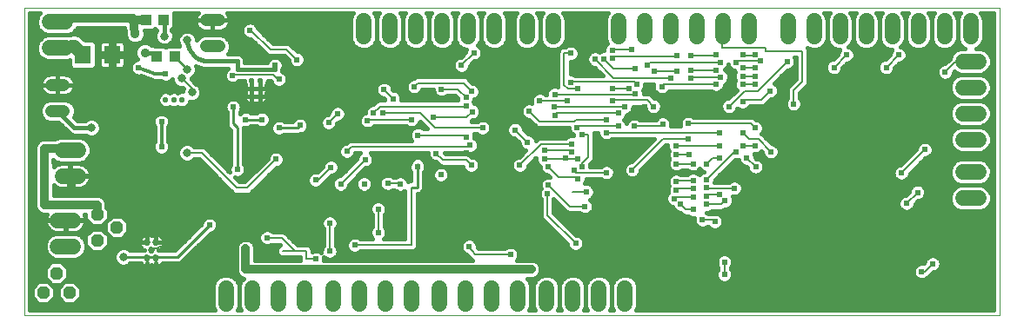
<source format=gbl>
G75*
%MOIN*%
%OFA0B0*%
%FSLAX24Y24*%
%IPPOS*%
%LPD*%
%AMOC8*
5,1,8,0,0,1.08239X$1,22.5*
%
%ADD10C,0.0000*%
%ADD11C,0.0220*%
%ADD12R,0.0394X0.0433*%
%ADD13C,0.0480*%
%ADD14C,0.0600*%
%ADD15R,0.0630X0.0710*%
%ADD16OC8,0.0480*%
%ADD17C,0.0270*%
%ADD18C,0.0591*%
%ADD19C,0.0120*%
%ADD20C,0.0320*%
%ADD21C,0.0240*%
%ADD22C,0.0160*%
%ADD23C,0.0080*%
%ADD24C,0.0356*%
%ADD25C,0.0360*%
%ADD26C,0.0100*%
%ADD27C,0.0317*%
%ADD28C,0.0500*%
D10*
X000559Y000331D02*
X000559Y012142D01*
X037929Y012142D01*
X037929Y000331D01*
X000559Y000331D01*
D11*
X005972Y008609D03*
X006282Y008609D03*
X006592Y008609D03*
X009267Y008720D03*
X009587Y008720D03*
X009587Y009030D03*
X009267Y009030D03*
X009267Y009340D03*
X009587Y009340D03*
D12*
X006308Y010261D03*
X005639Y010261D03*
X005888Y011681D03*
X005219Y011681D03*
D13*
X007528Y011653D02*
X008008Y011653D01*
X008008Y010653D02*
X007528Y010653D01*
X002069Y009176D02*
X001589Y009176D01*
X001589Y008176D02*
X002069Y008176D01*
D14*
X002009Y006676D02*
X002609Y006676D01*
X002609Y005676D02*
X002009Y005676D01*
X008289Y001381D02*
X008289Y000781D01*
X009289Y000781D02*
X009289Y001381D01*
X010289Y001381D02*
X010289Y000781D01*
X011289Y000781D02*
X011289Y001381D01*
X012379Y001381D02*
X012379Y000781D01*
X013379Y000781D02*
X013379Y001381D01*
X014379Y001381D02*
X014379Y000781D01*
X015379Y000781D02*
X015379Y001381D01*
X016469Y001381D02*
X016469Y000781D01*
X017469Y000781D02*
X017469Y001381D01*
X018469Y001381D02*
X018469Y000781D01*
X019469Y000781D02*
X019469Y001381D01*
X020559Y001381D02*
X020559Y000781D01*
X021559Y000781D02*
X021559Y001381D01*
X022559Y001381D02*
X022559Y000781D01*
X023559Y000781D02*
X023559Y001381D01*
X036509Y004831D02*
X037109Y004831D01*
X037109Y005831D02*
X036509Y005831D01*
X036509Y007081D02*
X037109Y007081D01*
X037109Y008081D02*
X036509Y008081D01*
X036509Y009081D02*
X037109Y009081D01*
X037109Y010081D02*
X036509Y010081D01*
X036809Y011031D02*
X036809Y011631D01*
X035809Y011631D02*
X035809Y011031D01*
X034809Y011031D02*
X034809Y011631D01*
X033809Y011631D02*
X033809Y011031D01*
X032809Y011031D02*
X032809Y011631D01*
X031809Y011631D02*
X031809Y011031D01*
X030809Y011031D02*
X030809Y011631D01*
X029809Y011631D02*
X029809Y011031D01*
X028309Y011031D02*
X028309Y011631D01*
X027309Y011631D02*
X027309Y011031D01*
X026309Y011031D02*
X026309Y011631D01*
X025309Y011631D02*
X025309Y011031D01*
X024309Y011031D02*
X024309Y011631D01*
X023309Y011631D02*
X023309Y011031D01*
X020809Y011031D02*
X020809Y011631D01*
X019809Y011631D02*
X019809Y011031D01*
X018559Y011031D02*
X018559Y011631D01*
X017559Y011631D02*
X017559Y011031D01*
X016559Y011031D02*
X016559Y011631D01*
X015559Y011631D02*
X015559Y011031D01*
X014559Y011031D02*
X014559Y011631D01*
X013559Y011631D02*
X013559Y011031D01*
X002129Y010596D02*
X001529Y010596D01*
X001529Y011596D02*
X002129Y011596D01*
D15*
X002800Y010332D03*
X003920Y010332D03*
D16*
X003343Y004207D03*
X004093Y003707D03*
X003343Y003207D03*
X001789Y001951D03*
X002289Y001201D03*
X001289Y001201D03*
D17*
X005261Y002521D03*
X005601Y002521D03*
X005431Y002821D03*
X005261Y003121D03*
X005601Y003121D03*
D18*
X002429Y002981D02*
X001838Y002981D01*
X001838Y003981D02*
X002429Y003981D01*
D19*
X002369Y005116D02*
X004689Y005116D01*
X004849Y005276D01*
X004849Y005756D01*
X005809Y006796D02*
X005809Y007756D01*
X005969Y009596D02*
X005569Y009596D01*
X004929Y009836D01*
D20*
X004799Y011131D02*
X004719Y011681D01*
X005219Y011681D01*
X004719Y011681D02*
X004719Y011736D01*
X001829Y011736D01*
X001829Y011596D01*
X002309Y006727D02*
X001309Y006727D01*
X001329Y004567D01*
X003343Y004567D01*
X003343Y004207D01*
X002369Y005116D02*
X002369Y005676D01*
X002309Y005676D01*
X009039Y002891D02*
X009039Y002091D01*
X013189Y002091D01*
X017359Y002091D01*
X019979Y002091D01*
D21*
X019679Y002491D03*
X019179Y002661D03*
X017599Y002971D03*
X015079Y002491D03*
X013219Y003031D03*
X012259Y002791D03*
X011719Y002491D03*
X011009Y002511D03*
X009039Y002891D03*
X009859Y003311D03*
X007649Y003791D03*
X005479Y004471D03*
X008719Y005931D03*
X009259Y006331D03*
X010199Y006321D03*
X011119Y005791D03*
X011719Y005531D03*
X012299Y006011D03*
X013619Y006311D03*
X012919Y006631D03*
X012019Y006751D03*
X013699Y007471D03*
X013699Y007791D03*
X013939Y008111D03*
X014279Y008111D03*
X015399Y007851D03*
X016219Y007931D03*
X017479Y008371D03*
X017479Y008691D03*
X017699Y008931D03*
X016539Y009011D03*
X015499Y009111D03*
X015119Y008971D03*
X014679Y008651D03*
X014339Y008991D03*
X011479Y008911D03*
X010319Y009391D03*
X010159Y009931D03*
X010999Y010151D03*
X008539Y009551D03*
X005969Y009596D03*
X004929Y009836D03*
X003379Y009931D03*
X007519Y008371D03*
X008559Y008331D03*
X009039Y007851D03*
X009669Y007851D03*
X010039Y008301D03*
X011119Y007621D03*
X010319Y007531D03*
X012219Y007731D03*
X012559Y008071D03*
X015639Y007251D03*
X017479Y007171D03*
X017639Y006871D03*
X017479Y006571D03*
X016339Y006551D03*
X015619Y006031D03*
X016519Y005731D03*
X017479Y005491D03*
X017679Y006091D03*
X019539Y006091D03*
X020479Y006331D03*
X020639Y006031D03*
X021279Y006371D03*
X021519Y006591D03*
X021519Y006911D03*
X021519Y007271D03*
X021919Y007271D03*
X021739Y007551D03*
X022859Y007351D03*
X023319Y007611D03*
X023919Y007591D03*
X022859Y007831D03*
X023319Y008091D03*
X023559Y008331D03*
X023079Y008571D03*
X023959Y008831D03*
X023719Y009051D03*
X024019Y009211D03*
X024979Y009111D03*
X025319Y009451D03*
X025559Y009691D03*
X026079Y009751D03*
X026079Y009431D03*
X027059Y009191D03*
X027239Y009471D03*
X028079Y009511D03*
X028079Y009831D03*
X027839Y010051D03*
X028079Y010331D03*
X028559Y010351D03*
X028759Y010091D03*
X028559Y009831D03*
X028559Y009511D03*
X028559Y009191D03*
X028079Y009191D03*
X029139Y008951D03*
X028079Y008531D03*
X027559Y008351D03*
X025999Y007691D03*
X025019Y007671D03*
X025999Y007111D03*
X025519Y006831D03*
X025539Y006511D03*
X026019Y006491D03*
X026179Y006151D03*
X025539Y006151D03*
X026699Y006151D03*
X027179Y006371D03*
X027839Y006611D03*
X028079Y006851D03*
X028559Y006851D03*
X029159Y006611D03*
X028239Y006371D03*
X028579Y006031D03*
X026699Y005551D03*
X026179Y005511D03*
X025539Y005471D03*
X025539Y005131D03*
X026179Y005191D03*
X026179Y004871D03*
X026699Y004911D03*
X027179Y004971D03*
X027399Y004731D03*
X026699Y004591D03*
X026179Y004391D03*
X025699Y004591D03*
X025459Y004811D03*
X026699Y005231D03*
X027759Y005211D03*
X028339Y004351D03*
X027019Y003931D03*
X026539Y003991D03*
X026719Y002971D03*
X027079Y002371D03*
X027379Y002371D03*
X027379Y001891D03*
X028219Y000991D03*
X031579Y001051D03*
X034819Y000991D03*
X034939Y002011D03*
X035359Y002311D03*
X037219Y003271D03*
X035659Y004231D03*
X034359Y004631D03*
X034779Y005051D03*
X034159Y005791D03*
X035059Y006691D03*
X030029Y008451D03*
X028569Y007521D03*
X028079Y007351D03*
X027179Y007351D03*
X027179Y006831D03*
X023839Y005911D03*
X022859Y005811D03*
X021919Y006051D03*
X021759Y006351D03*
X021619Y005891D03*
X021759Y005571D03*
X020639Y005331D03*
X020599Y005011D03*
X022099Y005071D03*
X022039Y004511D03*
X021679Y003091D03*
X023239Y002491D03*
X030319Y003691D03*
X020479Y006671D03*
X019839Y006971D03*
X019359Y007451D03*
X018119Y007531D03*
X017719Y008151D03*
X019899Y008171D03*
X020859Y008331D03*
X020879Y008011D03*
X021359Y008571D03*
X020879Y008811D03*
X020299Y008571D03*
X021759Y009051D03*
X021479Y009271D03*
X020179Y009451D03*
X021859Y009931D03*
X022419Y010171D03*
X022759Y010171D03*
X023079Y010191D03*
X023079Y010511D03*
X023839Y010531D03*
X024439Y009951D03*
X023959Y009811D03*
X024699Y009691D03*
X025559Y010291D03*
X026079Y010291D03*
X027059Y010351D03*
X027219Y010051D03*
X027059Y009751D03*
X029779Y010071D03*
X031579Y009851D03*
X032059Y010331D03*
X033579Y009851D03*
X034059Y010331D03*
X035839Y009671D03*
X024659Y008351D03*
X024319Y008351D03*
X023079Y009051D03*
X021499Y010391D03*
X022459Y011671D03*
X017779Y010411D03*
X017299Y009931D03*
X012319Y011371D03*
X010039Y011671D03*
X009199Y011271D03*
X006169Y007716D03*
X005809Y007756D03*
X005809Y006796D03*
X012679Y005371D03*
X013579Y005371D03*
X014479Y005391D03*
X014959Y005371D03*
X013639Y004771D03*
X014119Y004411D03*
X015919Y004531D03*
X014119Y003511D03*
X012259Y003871D03*
X007759Y002251D03*
X006439Y000691D03*
X003379Y000811D03*
D22*
X002729Y001019D02*
X002471Y000761D01*
X002106Y000761D01*
X001849Y001019D01*
X001849Y001383D01*
X002106Y001641D01*
X002471Y001641D01*
X002729Y001383D01*
X002729Y001019D01*
X002675Y000965D02*
X007789Y000965D01*
X007789Y001123D02*
X002729Y001123D01*
X002729Y001282D02*
X007789Y001282D01*
X007789Y001440D02*
X002671Y001440D01*
X002513Y001599D02*
X007838Y001599D01*
X007865Y001664D02*
X007789Y001480D01*
X007789Y000681D01*
X007851Y000531D01*
X000759Y000531D01*
X000759Y011942D01*
X001168Y011942D01*
X001105Y011879D01*
X001029Y011695D01*
X001029Y011496D01*
X001105Y011313D01*
X001245Y011172D01*
X001429Y011096D01*
X002193Y011096D01*
X002193Y011096D01*
X001429Y011096D01*
X001245Y011020D01*
X001105Y010879D01*
X001029Y010695D01*
X001029Y010496D01*
X001105Y010313D01*
X001245Y010172D01*
X001429Y010096D01*
X002228Y010096D01*
X002286Y010120D01*
X002286Y009894D01*
X002403Y009777D01*
X003198Y009777D01*
X003315Y009894D01*
X003315Y010770D01*
X003198Y010887D01*
X002882Y010887D01*
X002817Y010951D01*
X002803Y010977D01*
X002755Y011014D01*
X002712Y011057D01*
X002685Y011068D01*
X002661Y011086D01*
X002603Y011102D01*
X002546Y011126D01*
X002517Y011126D01*
X002489Y011133D01*
X002428Y011126D01*
X002367Y011126D01*
X002340Y011115D01*
X002244Y011102D01*
X002412Y011172D01*
X002552Y011313D01*
X002579Y011376D01*
X004399Y011376D01*
X004423Y011212D01*
X004420Y011206D01*
X004420Y011056D01*
X004478Y010917D01*
X004584Y010810D01*
X004723Y010753D01*
X004874Y010753D01*
X005013Y010810D01*
X005119Y010917D01*
X005177Y011056D01*
X005177Y011206D01*
X005153Y011264D01*
X005499Y011264D01*
X005554Y011319D01*
X005609Y011264D01*
X005625Y011264D01*
X005615Y011254D01*
X005560Y011122D01*
X005560Y010980D01*
X005615Y010848D01*
X005715Y010747D01*
X005847Y010693D01*
X005990Y010693D01*
X006122Y010747D01*
X006222Y010848D01*
X006277Y010980D01*
X006277Y011122D01*
X006222Y011254D01*
X006199Y011278D01*
X006199Y011295D01*
X006285Y011382D01*
X006285Y011942D01*
X007223Y011942D01*
X007207Y011926D01*
X007168Y011873D01*
X007138Y011814D01*
X007118Y011751D01*
X007108Y011686D01*
X007108Y011653D01*
X007767Y011653D01*
X007767Y011653D01*
X007108Y011653D01*
X007108Y011620D01*
X007118Y011554D01*
X007138Y011492D01*
X007168Y011433D01*
X007207Y011379D01*
X007254Y011332D01*
X007307Y011294D01*
X007366Y011264D01*
X007429Y011243D01*
X007494Y011233D01*
X007767Y011233D01*
X007767Y011653D01*
X007768Y011653D01*
X008428Y011653D01*
X008428Y011686D01*
X008417Y011751D01*
X008397Y011814D01*
X008367Y011873D01*
X008328Y011926D01*
X008312Y011942D01*
X013162Y011942D01*
X013135Y011914D01*
X013059Y011730D01*
X013059Y010931D01*
X013135Y010748D01*
X013275Y010607D01*
X013459Y010531D01*
X013658Y010531D01*
X013842Y010607D01*
X013982Y010748D01*
X014059Y010931D01*
X014135Y010748D01*
X014275Y010607D01*
X014459Y010531D01*
X014658Y010531D01*
X014842Y010607D01*
X014982Y010748D01*
X015059Y010931D01*
X015135Y010748D01*
X015275Y010607D01*
X015459Y010531D01*
X015658Y010531D01*
X015842Y010607D01*
X015982Y010748D01*
X016059Y010931D01*
X016135Y010748D01*
X016275Y010607D01*
X016459Y010531D01*
X016658Y010531D01*
X016842Y010607D01*
X016982Y010748D01*
X017059Y010931D01*
X017135Y010748D01*
X017275Y010607D01*
X017459Y010531D01*
X017482Y010531D01*
X017459Y010475D01*
X011014Y010475D01*
X011018Y010471D02*
X010774Y010714D01*
X010740Y010729D01*
X010734Y010734D01*
X010646Y010771D01*
X010078Y010771D01*
X009519Y011330D01*
X009519Y011335D01*
X009470Y011452D01*
X009380Y011542D01*
X009262Y011591D01*
X009135Y011591D01*
X009017Y011542D01*
X008927Y011452D01*
X008879Y011335D01*
X008879Y011207D01*
X008927Y011090D01*
X009017Y011000D01*
X009135Y010951D01*
X009219Y010951D01*
X009775Y010395D01*
X009843Y010327D01*
X009931Y010291D01*
X010519Y010291D01*
X010679Y010132D01*
X010679Y010087D01*
X010727Y009970D01*
X010817Y009880D01*
X010935Y009831D01*
X011062Y009831D01*
X011180Y009880D01*
X011270Y009970D01*
X011319Y010087D01*
X011319Y010215D01*
X011270Y010332D01*
X011180Y010422D01*
X011062Y010471D01*
X011018Y010471D01*
X010855Y010633D02*
X013249Y010633D01*
X013116Y010792D02*
X010057Y010792D01*
X009898Y010950D02*
X013059Y010950D01*
X013059Y011109D02*
X009740Y011109D01*
X009581Y011267D02*
X013059Y011267D01*
X013059Y011426D02*
X009481Y011426D01*
X009278Y011584D02*
X013059Y011584D01*
X013064Y011743D02*
X008418Y011743D01*
X008428Y011653D02*
X007768Y011653D01*
X007768Y011653D01*
X007768Y011233D01*
X008041Y011233D01*
X008106Y011243D01*
X008169Y011264D01*
X008228Y011294D01*
X008281Y011332D01*
X008328Y011379D01*
X008367Y011433D01*
X008397Y011492D01*
X008417Y011554D01*
X008428Y011620D01*
X008428Y011653D01*
X008422Y011584D02*
X009119Y011584D01*
X008916Y011426D02*
X008362Y011426D01*
X007768Y011426D02*
X007767Y011426D01*
X007767Y011584D02*
X007768Y011584D01*
X007173Y011426D02*
X006285Y011426D01*
X006285Y011584D02*
X007113Y011584D01*
X007117Y011743D02*
X006285Y011743D01*
X006285Y011901D02*
X007189Y011901D01*
X008346Y011901D02*
X013129Y011901D01*
X013955Y011942D02*
X013982Y011914D01*
X014059Y011730D01*
X014059Y010931D01*
X014059Y011730D01*
X014135Y011914D01*
X014162Y011942D01*
X013955Y011942D01*
X013988Y011901D02*
X014129Y011901D01*
X014064Y011743D02*
X014053Y011743D01*
X014059Y011584D02*
X014059Y011584D01*
X014059Y011426D02*
X014059Y011426D01*
X014059Y011267D02*
X014059Y011267D01*
X014059Y011109D02*
X014059Y011109D01*
X014059Y010950D02*
X014059Y010950D01*
X014116Y010792D02*
X014001Y010792D01*
X013868Y010633D02*
X014249Y010633D01*
X014868Y010633D02*
X015249Y010633D01*
X015868Y010633D02*
X016249Y010633D01*
X016116Y010792D02*
X016001Y010792D01*
X016059Y010931D02*
X016059Y011730D01*
X016059Y010931D01*
X016059Y010950D02*
X016059Y010950D01*
X016059Y011109D02*
X016059Y011109D01*
X016059Y011267D02*
X016059Y011267D01*
X016059Y011426D02*
X016059Y011426D01*
X016059Y011584D02*
X016059Y011584D01*
X016059Y011730D02*
X016135Y011914D01*
X016162Y011942D01*
X015955Y011942D01*
X015982Y011914D01*
X016059Y011730D01*
X016064Y011743D02*
X016053Y011743D01*
X015988Y011901D02*
X016129Y011901D01*
X016955Y011942D02*
X016982Y011914D01*
X017059Y011730D01*
X017059Y010931D01*
X017059Y011730D01*
X017135Y011914D01*
X017162Y011942D01*
X016955Y011942D01*
X016988Y011901D02*
X017129Y011901D01*
X017064Y011743D02*
X017053Y011743D01*
X017059Y011584D02*
X017059Y011584D01*
X017059Y011426D02*
X017059Y011426D01*
X017059Y011267D02*
X017059Y011267D01*
X017059Y011109D02*
X017059Y011109D01*
X017059Y010950D02*
X017059Y010950D01*
X017116Y010792D02*
X017001Y010792D01*
X016868Y010633D02*
X017249Y010633D01*
X017459Y010475D02*
X017459Y010430D01*
X017279Y010251D01*
X017235Y010251D01*
X017117Y010202D01*
X017027Y010112D01*
X016979Y009995D01*
X016979Y009867D01*
X017027Y009750D01*
X017117Y009660D01*
X017235Y009611D01*
X017362Y009611D01*
X017480Y009660D01*
X017570Y009750D01*
X017619Y009867D01*
X017619Y009912D01*
X017798Y010091D01*
X017842Y010091D01*
X017960Y010140D01*
X018050Y010230D01*
X018099Y010347D01*
X018099Y010475D01*
X018050Y010592D01*
X017960Y010682D01*
X017929Y010695D01*
X017982Y010748D01*
X018059Y010931D01*
X018135Y010748D01*
X018275Y010607D01*
X018459Y010531D01*
X018658Y010531D01*
X018842Y010607D01*
X018982Y010748D01*
X019059Y010931D01*
X019059Y011730D01*
X018982Y011914D01*
X018955Y011942D01*
X019412Y011942D01*
X019385Y011914D01*
X019309Y011730D01*
X019309Y010931D01*
X019385Y010748D01*
X019525Y010607D01*
X019709Y010531D01*
X019908Y010531D01*
X020092Y010607D01*
X020232Y010748D01*
X020309Y010931D01*
X020385Y010748D01*
X020525Y010607D01*
X020709Y010531D01*
X020908Y010531D01*
X021092Y010607D01*
X021232Y010748D01*
X021309Y010931D01*
X021309Y011730D01*
X021232Y011914D01*
X021205Y011942D01*
X022912Y011942D01*
X022885Y011914D01*
X022809Y011730D01*
X022809Y010931D01*
X022878Y010763D01*
X022807Y010692D01*
X022759Y010575D01*
X022759Y010491D01*
X022695Y010491D01*
X022589Y010447D01*
X022482Y010491D01*
X022355Y010491D01*
X022237Y010442D01*
X022147Y010352D01*
X022099Y010235D01*
X022099Y010107D01*
X022147Y009990D01*
X022237Y009900D01*
X022355Y009851D01*
X022399Y009851D01*
X022719Y009531D01*
X021671Y009531D01*
X021660Y009542D01*
X021542Y009591D01*
X021479Y009591D01*
X021479Y010071D01*
X021562Y010071D01*
X021680Y010120D01*
X021770Y010210D01*
X021819Y010327D01*
X021819Y010455D01*
X021770Y010572D01*
X021680Y010662D01*
X021562Y010711D01*
X021435Y010711D01*
X021317Y010662D01*
X021286Y010631D01*
X021191Y010631D01*
X021103Y010594D01*
X021035Y010527D01*
X020999Y010439D01*
X020999Y009123D01*
X021006Y009104D01*
X020942Y009131D01*
X020815Y009131D01*
X020697Y009082D01*
X020607Y008992D01*
X020559Y008875D01*
X020559Y008811D01*
X020511Y008811D01*
X020480Y008842D01*
X020362Y008891D01*
X020235Y008891D01*
X020117Y008842D01*
X020027Y008752D01*
X019979Y008635D01*
X019979Y008507D01*
X019990Y008479D01*
X019962Y008491D01*
X019835Y008491D01*
X019717Y008442D01*
X019627Y008352D01*
X019579Y008235D01*
X019579Y008107D01*
X019627Y007990D01*
X019717Y007900D01*
X019835Y007851D01*
X019879Y007851D01*
X020095Y007635D01*
X020163Y007567D01*
X020251Y007531D01*
X021419Y007531D01*
X021419Y007487D01*
X021467Y007370D01*
X021557Y007280D01*
X021599Y007263D01*
X021599Y007224D01*
X021582Y007231D01*
X021455Y007231D01*
X021337Y007182D01*
X021306Y007151D01*
X020311Y007151D01*
X020223Y007114D01*
X020155Y007047D01*
X020154Y007046D01*
X020110Y007152D01*
X020020Y007242D01*
X019902Y007291D01*
X019858Y007291D01*
X019679Y007470D01*
X019679Y007515D01*
X019630Y007632D01*
X019540Y007722D01*
X019422Y007771D01*
X019295Y007771D01*
X019177Y007722D01*
X019087Y007632D01*
X019039Y007515D01*
X019039Y007387D01*
X019087Y007270D01*
X019177Y007180D01*
X019295Y007131D01*
X019339Y007131D01*
X019519Y006952D01*
X019519Y006907D01*
X019567Y006790D01*
X019657Y006700D01*
X019764Y006656D01*
X019519Y006411D01*
X019475Y006411D01*
X019357Y006362D01*
X019267Y006272D01*
X019219Y006155D01*
X019219Y006027D01*
X019267Y005910D01*
X019357Y005820D01*
X019475Y005771D01*
X019602Y005771D01*
X019720Y005820D01*
X019810Y005910D01*
X019859Y006027D01*
X019859Y006072D01*
X020159Y006372D01*
X020159Y006267D01*
X020207Y006150D01*
X020297Y006060D01*
X020319Y006051D01*
X020319Y005967D01*
X020367Y005850D01*
X020457Y005760D01*
X020575Y005711D01*
X020619Y005711D01*
X020679Y005651D01*
X020575Y005651D01*
X020457Y005602D01*
X020367Y005512D01*
X020319Y005395D01*
X020319Y005267D01*
X020343Y005208D01*
X020327Y005192D01*
X020279Y005075D01*
X020279Y004947D01*
X020327Y004830D01*
X020359Y004798D01*
X020359Y004123D01*
X020395Y004035D01*
X020463Y003967D01*
X021359Y003072D01*
X021359Y003027D01*
X021407Y002910D01*
X021497Y002820D01*
X021615Y002771D01*
X021742Y002771D01*
X021860Y002820D01*
X021950Y002910D01*
X021999Y003027D01*
X021999Y003155D01*
X021950Y003272D01*
X021860Y003362D01*
X021742Y003411D01*
X021698Y003411D01*
X020839Y004270D01*
X020839Y004792D01*
X021255Y004375D01*
X021323Y004307D01*
X021411Y004271D01*
X021826Y004271D01*
X021857Y004240D01*
X021975Y004191D01*
X022102Y004191D01*
X022220Y004240D01*
X022310Y004330D01*
X022359Y004447D01*
X022359Y004575D01*
X022310Y004692D01*
X022225Y004777D01*
X022280Y004800D01*
X022370Y004890D01*
X022419Y005007D01*
X022419Y005135D01*
X022370Y005252D01*
X022280Y005342D01*
X022162Y005391D01*
X022035Y005391D01*
X022028Y005388D01*
X022030Y005390D01*
X022079Y005507D01*
X022079Y005571D01*
X022646Y005571D01*
X022677Y005540D01*
X022795Y005491D01*
X022922Y005491D01*
X023040Y005540D01*
X023130Y005630D01*
X023179Y005747D01*
X023179Y005875D01*
X023130Y005992D01*
X023040Y006082D01*
X022922Y006131D01*
X022795Y006131D01*
X022677Y006082D01*
X022646Y006051D01*
X022239Y006051D01*
X022239Y006115D01*
X022228Y006141D01*
X022294Y006207D01*
X022362Y006275D01*
X022399Y006363D01*
X022399Y007319D01*
X022385Y007351D01*
X022539Y007351D01*
X022539Y007287D01*
X022587Y007170D01*
X022677Y007080D01*
X022795Y007031D01*
X022922Y007031D01*
X023040Y007080D01*
X023071Y007111D01*
X024699Y007111D01*
X023819Y006231D01*
X023775Y006231D01*
X023657Y006182D01*
X023567Y006092D01*
X023519Y005975D01*
X023519Y005847D01*
X023567Y005730D01*
X023657Y005640D01*
X023775Y005591D01*
X023902Y005591D01*
X024020Y005640D01*
X024110Y005730D01*
X024159Y005847D01*
X024159Y005892D01*
X025138Y006871D01*
X025199Y006871D01*
X025199Y006767D01*
X025247Y006650D01*
X025249Y006648D01*
X025219Y006575D01*
X025219Y006447D01*
X025267Y006331D01*
X025219Y006215D01*
X025219Y006087D01*
X025267Y005970D01*
X025357Y005880D01*
X025475Y005831D01*
X025602Y005831D01*
X025720Y005880D01*
X025751Y005911D01*
X025966Y005911D01*
X025997Y005880D01*
X026115Y005831D01*
X026242Y005831D01*
X026115Y005831D01*
X025997Y005782D01*
X025966Y005751D01*
X025699Y005751D01*
X025602Y005791D01*
X025475Y005791D01*
X025357Y005742D01*
X025267Y005652D01*
X025219Y005535D01*
X025219Y005407D01*
X025263Y005301D01*
X025219Y005195D01*
X025219Y005067D01*
X025231Y005036D01*
X025187Y004992D01*
X025139Y004875D01*
X025139Y004747D01*
X025187Y004630D01*
X025277Y004540D01*
X025393Y004492D01*
X025427Y004410D01*
X025517Y004320D01*
X025635Y004271D01*
X025679Y004271D01*
X025695Y004255D01*
X025763Y004187D01*
X025851Y004151D01*
X025966Y004151D01*
X025997Y004120D01*
X026115Y004071D01*
X026225Y004071D01*
X026219Y004055D01*
X026219Y003927D01*
X026267Y003810D01*
X026357Y003720D01*
X026475Y003671D01*
X026602Y003671D01*
X026720Y003720D01*
X026749Y003748D01*
X026837Y003660D01*
X026955Y003611D01*
X027082Y003611D01*
X027200Y003660D01*
X027290Y003750D01*
X027339Y003867D01*
X027339Y003995D01*
X027290Y004112D01*
X027200Y004202D01*
X027082Y004251D01*
X026955Y004251D01*
X026907Y004231D01*
X026751Y004231D01*
X026720Y004262D01*
X026699Y004271D01*
X026762Y004271D01*
X026880Y004320D01*
X026911Y004351D01*
X027306Y004351D01*
X027394Y004387D01*
X027418Y004411D01*
X027462Y004411D01*
X027580Y004460D01*
X027670Y004550D01*
X027719Y004667D01*
X027719Y004795D01*
X027675Y004899D01*
X027695Y004891D01*
X027822Y004891D01*
X027940Y004940D01*
X028030Y005030D01*
X028079Y005147D01*
X028079Y005275D01*
X028030Y005392D01*
X027940Y005482D01*
X027822Y005531D01*
X027695Y005531D01*
X027577Y005482D01*
X027546Y005451D01*
X027003Y005451D01*
X027019Y005487D01*
X027019Y005532D01*
X027778Y006291D01*
X027902Y006291D01*
X027922Y006299D01*
X027967Y006190D01*
X028057Y006100D01*
X028175Y006051D01*
X028219Y006051D01*
X028259Y006012D01*
X028259Y005967D01*
X028307Y005850D01*
X028397Y005760D01*
X028515Y005711D01*
X028642Y005711D01*
X028760Y005760D01*
X028850Y005850D01*
X028899Y005967D01*
X028899Y006095D01*
X028850Y006212D01*
X028760Y006302D01*
X028642Y006351D01*
X028598Y006351D01*
X028559Y006390D01*
X028559Y006435D01*
X028519Y006531D01*
X028622Y006531D01*
X028740Y006580D01*
X028795Y006635D01*
X028839Y006592D01*
X028839Y006547D01*
X028887Y006430D01*
X028977Y006340D01*
X029095Y006291D01*
X029222Y006291D01*
X029340Y006340D01*
X029430Y006430D01*
X029479Y006547D01*
X029479Y006675D01*
X029430Y006792D01*
X029340Y006882D01*
X029222Y006931D01*
X029178Y006931D01*
X028814Y007294D01*
X028800Y007300D01*
X028840Y007340D01*
X028889Y007457D01*
X028889Y007585D01*
X028840Y007702D01*
X028750Y007792D01*
X028632Y007841D01*
X028588Y007841D01*
X028534Y007894D01*
X028446Y007931D01*
X026211Y007931D01*
X026180Y007962D01*
X026062Y008011D01*
X025935Y008011D01*
X025817Y007962D01*
X025727Y007872D01*
X025679Y007755D01*
X025679Y007627D01*
X025694Y007591D01*
X025332Y007591D01*
X025339Y007607D01*
X025339Y007735D01*
X025290Y007852D01*
X025200Y007942D01*
X025082Y007991D01*
X024955Y007991D01*
X024837Y007942D01*
X024747Y007852D01*
X024738Y007831D01*
X024131Y007831D01*
X024100Y007862D01*
X023982Y007911D01*
X023855Y007911D01*
X023737Y007862D01*
X023647Y007772D01*
X023623Y007713D01*
X023590Y007792D01*
X023531Y007851D01*
X023590Y007910D01*
X023634Y008016D01*
X023740Y008060D01*
X023830Y008150D01*
X023879Y008267D01*
X023879Y008351D01*
X024319Y008351D01*
X024339Y008332D01*
X024339Y008287D01*
X024387Y008170D01*
X024477Y008080D01*
X024595Y008031D01*
X024722Y008031D01*
X024840Y008080D01*
X024930Y008170D01*
X024979Y008287D01*
X024979Y008415D01*
X024930Y008532D01*
X024840Y008622D01*
X024722Y008671D01*
X024678Y008671D01*
X024554Y008794D01*
X024466Y008831D01*
X024279Y008831D01*
X024279Y008895D01*
X024242Y008982D01*
X024290Y009030D01*
X024339Y009147D01*
X024339Y009211D01*
X024674Y009211D01*
X024659Y009175D01*
X024659Y009047D01*
X024707Y008930D01*
X024797Y008840D01*
X024915Y008791D01*
X025042Y008791D01*
X025160Y008840D01*
X025250Y008930D01*
X025259Y008951D01*
X026846Y008951D01*
X026877Y008920D01*
X026995Y008871D01*
X027122Y008871D01*
X027240Y008920D01*
X027330Y009010D01*
X027379Y009127D01*
X027379Y009183D01*
X027420Y009200D01*
X027510Y009290D01*
X027559Y009407D01*
X027559Y009535D01*
X027510Y009652D01*
X027420Y009742D01*
X027379Y009759D01*
X027379Y009771D01*
X027400Y009780D01*
X027490Y009870D01*
X027529Y009963D01*
X027567Y009870D01*
X027657Y009780D01*
X027773Y009732D01*
X027798Y009671D01*
X027759Y009575D01*
X027759Y009447D01*
X027798Y009351D01*
X027759Y009255D01*
X027759Y009127D01*
X027807Y009010D01*
X027843Y008974D01*
X027539Y008671D01*
X027495Y008671D01*
X027377Y008622D01*
X027287Y008532D01*
X027239Y008415D01*
X027239Y008287D01*
X027287Y008170D01*
X027377Y008080D01*
X027495Y008031D01*
X027622Y008031D01*
X027740Y008080D01*
X027830Y008170D01*
X027876Y008281D01*
X027897Y008260D01*
X028015Y008211D01*
X028142Y008211D01*
X028260Y008260D01*
X028350Y008350D01*
X028359Y008371D01*
X028846Y008371D01*
X028934Y008407D01*
X029158Y008631D01*
X029202Y008631D01*
X029320Y008680D01*
X029410Y008770D01*
X029459Y008887D01*
X029459Y009015D01*
X029410Y009132D01*
X029320Y009222D01*
X029284Y009237D01*
X029798Y009751D01*
X029842Y009751D01*
X029960Y009800D01*
X030050Y009890D01*
X030099Y010007D01*
X030099Y010135D01*
X030063Y010221D01*
X030119Y010221D01*
X030119Y009400D01*
X029825Y009107D01*
X029789Y009019D01*
X029789Y008663D01*
X029757Y008632D01*
X029709Y008515D01*
X029709Y008387D01*
X029757Y008270D01*
X029847Y008180D01*
X029965Y008131D01*
X030092Y008131D01*
X030210Y008180D01*
X030300Y008270D01*
X030349Y008387D01*
X030349Y008515D01*
X030300Y008632D01*
X030269Y008663D01*
X030269Y008872D01*
X030562Y009165D01*
X030599Y009253D01*
X030599Y010509D01*
X030565Y010591D01*
X030709Y010531D01*
X030908Y010531D01*
X031092Y010607D01*
X031232Y010748D01*
X031309Y010931D01*
X031385Y010748D01*
X031525Y010607D01*
X031709Y010531D01*
X031806Y010531D01*
X031787Y010512D01*
X031739Y010395D01*
X031739Y010350D01*
X031559Y010171D01*
X031515Y010171D01*
X031397Y010122D01*
X031307Y010032D01*
X031259Y009915D01*
X031259Y009787D01*
X031307Y009670D01*
X031397Y009580D01*
X031515Y009531D01*
X031642Y009531D01*
X031760Y009580D01*
X031850Y009670D01*
X031899Y009787D01*
X031899Y009832D01*
X032078Y010011D01*
X032122Y010011D01*
X032240Y010060D01*
X032330Y010150D01*
X032379Y010267D01*
X032379Y010395D01*
X032330Y010512D01*
X032240Y010602D01*
X032132Y010647D01*
X032232Y010748D01*
X032309Y010931D01*
X032385Y010748D01*
X032525Y010607D01*
X032709Y010531D01*
X032908Y010531D01*
X033092Y010607D01*
X033232Y010748D01*
X033309Y010931D01*
X033385Y010748D01*
X033525Y010607D01*
X033709Y010531D01*
X033806Y010531D01*
X033787Y010512D01*
X033739Y010395D01*
X033739Y010350D01*
X033559Y010171D01*
X033515Y010171D01*
X033397Y010122D01*
X033307Y010032D01*
X033259Y009915D01*
X033259Y009787D01*
X033307Y009670D01*
X033397Y009580D01*
X033515Y009531D01*
X033642Y009531D01*
X033760Y009580D01*
X033850Y009670D01*
X033899Y009787D01*
X033899Y009832D01*
X034078Y010011D01*
X034122Y010011D01*
X034240Y010060D01*
X034330Y010150D01*
X034379Y010267D01*
X034379Y010395D01*
X034330Y010512D01*
X034240Y010602D01*
X034132Y010647D01*
X034232Y010748D01*
X034309Y010931D01*
X034385Y010748D01*
X034525Y010607D01*
X034709Y010531D01*
X034908Y010531D01*
X035092Y010607D01*
X035232Y010748D01*
X035309Y010931D01*
X035385Y010748D01*
X035525Y010607D01*
X035709Y010531D01*
X035908Y010531D01*
X036092Y010607D01*
X036232Y010748D01*
X036309Y010931D01*
X036385Y010748D01*
X036525Y010607D01*
X036588Y010581D01*
X036409Y010581D01*
X036225Y010505D01*
X036085Y010364D01*
X036009Y010180D01*
X035819Y009991D01*
X035775Y009991D01*
X035657Y009942D01*
X035567Y009852D01*
X035519Y009735D01*
X035519Y009607D01*
X035567Y009490D01*
X035657Y009400D01*
X035775Y009351D01*
X035902Y009351D01*
X036020Y009400D01*
X036110Y009490D01*
X036159Y009607D01*
X036159Y009652D01*
X036195Y009688D01*
X036225Y009657D01*
X036409Y009581D01*
X036225Y009505D01*
X036085Y009364D01*
X036009Y009180D01*
X036009Y008981D01*
X036085Y008798D01*
X036225Y008657D01*
X036409Y008581D01*
X036225Y008505D01*
X036085Y008364D01*
X036009Y008180D01*
X036009Y007981D01*
X036085Y007798D01*
X036225Y007657D01*
X036409Y007581D01*
X036225Y007505D01*
X036085Y007364D01*
X036009Y007180D01*
X036009Y006981D01*
X036085Y006798D01*
X036225Y006657D01*
X036409Y006581D01*
X037208Y006581D01*
X037392Y006657D01*
X037532Y006798D01*
X037609Y006981D01*
X037609Y007180D01*
X037532Y007364D01*
X037392Y007505D01*
X037208Y007581D01*
X037392Y007657D01*
X037532Y007798D01*
X037609Y007981D01*
X037609Y008180D01*
X037532Y008364D01*
X037392Y008505D01*
X037208Y008581D01*
X037392Y008657D01*
X037532Y008798D01*
X037609Y008981D01*
X037609Y009180D01*
X037532Y009364D01*
X037392Y009505D01*
X037208Y009581D01*
X037392Y009657D01*
X037532Y009798D01*
X037609Y009981D01*
X037609Y010180D01*
X037532Y010364D01*
X037392Y010505D01*
X037208Y010581D01*
X037029Y010581D01*
X037092Y010607D01*
X037232Y010748D01*
X037309Y010931D01*
X037309Y011730D01*
X037232Y011914D01*
X037205Y011942D01*
X037679Y011942D01*
X037679Y000531D01*
X023996Y000531D01*
X024059Y000681D01*
X024059Y001480D01*
X023982Y001664D01*
X023842Y001805D01*
X023658Y001881D01*
X023459Y001881D01*
X023275Y001805D01*
X023135Y001664D01*
X023059Y001480D01*
X023059Y000681D01*
X023121Y000531D01*
X022996Y000531D01*
X023059Y000681D01*
X023059Y001480D01*
X022982Y001664D01*
X022842Y001805D01*
X022658Y001881D01*
X022459Y001881D01*
X022275Y001805D01*
X022135Y001664D01*
X022059Y001480D01*
X022059Y000681D01*
X022121Y000531D01*
X021996Y000531D01*
X022059Y000681D01*
X022059Y001480D01*
X021982Y001664D01*
X021842Y001805D01*
X021658Y001881D01*
X021459Y001881D01*
X021275Y001805D01*
X021135Y001664D01*
X021059Y001480D01*
X021059Y000681D01*
X021121Y000531D01*
X020996Y000531D01*
X021059Y000681D01*
X021059Y001480D01*
X020982Y001664D01*
X020842Y001805D01*
X020658Y001881D01*
X020459Y001881D01*
X020275Y001805D01*
X020135Y001664D01*
X020059Y001480D01*
X020059Y000681D01*
X020121Y000531D01*
X019906Y000531D01*
X019969Y000681D01*
X019969Y001480D01*
X019892Y001664D01*
X019826Y001731D01*
X020050Y001731D01*
X020182Y001786D01*
X020284Y001887D01*
X020339Y002019D01*
X020339Y002163D01*
X020284Y002295D01*
X020182Y002396D01*
X020050Y002451D01*
X019421Y002451D01*
X019450Y002480D01*
X019499Y002597D01*
X019499Y002725D01*
X019450Y002842D01*
X019360Y002932D01*
X019242Y002981D01*
X019115Y002981D01*
X018997Y002932D01*
X018966Y002901D01*
X017949Y002901D01*
X017919Y002942D01*
X017919Y003035D01*
X017870Y003152D01*
X017780Y003242D01*
X017662Y003291D01*
X017535Y003291D01*
X017417Y003242D01*
X017327Y003152D01*
X017279Y003035D01*
X017279Y002907D01*
X017327Y002790D01*
X017417Y002700D01*
X017535Y002651D01*
X017537Y002651D01*
X017618Y002542D01*
X017625Y002525D01*
X017646Y002504D01*
X017664Y002480D01*
X017680Y002470D01*
X017693Y002457D01*
X017708Y002451D01*
X012039Y002451D01*
X012039Y002555D01*
X012036Y002561D01*
X012077Y002520D01*
X012195Y002471D01*
X012322Y002471D01*
X012440Y002520D01*
X012530Y002610D01*
X012579Y002727D01*
X012579Y002855D01*
X012530Y002972D01*
X012499Y003003D01*
X012499Y003658D01*
X012530Y003690D01*
X012579Y003807D01*
X012579Y003935D01*
X012530Y004052D01*
X012440Y004142D01*
X012322Y004191D01*
X012195Y004191D01*
X012077Y004142D01*
X011987Y004052D01*
X011939Y003935D01*
X011939Y003807D01*
X011987Y003690D01*
X012019Y003658D01*
X012019Y003003D01*
X011987Y002972D01*
X011939Y002855D01*
X011939Y002727D01*
X011941Y002721D01*
X011900Y002762D01*
X011782Y002811D01*
X011655Y002811D01*
X011589Y002784D01*
X011589Y002805D01*
X011589Y002849D01*
X011587Y002852D01*
X011587Y002856D01*
X011569Y002896D01*
X011552Y002937D01*
X011549Y002940D01*
X011548Y002943D01*
X011515Y002973D01*
X011484Y003004D01*
X011481Y003006D01*
X011478Y003009D01*
X011437Y003024D01*
X011396Y003041D01*
X011392Y003041D01*
X011389Y003042D01*
X011345Y003041D01*
X011008Y003041D01*
X010622Y003427D01*
X010554Y003494D01*
X010466Y003531D01*
X010091Y003531D01*
X010040Y003582D01*
X009922Y003631D01*
X009795Y003631D01*
X009677Y003582D01*
X009587Y003492D01*
X009539Y003375D01*
X009539Y003247D01*
X009587Y003130D01*
X009677Y003040D01*
X009795Y002991D01*
X009922Y002991D01*
X010040Y003040D01*
X010051Y003051D01*
X010319Y003051D01*
X010350Y003020D01*
X010313Y003004D01*
X010245Y002937D01*
X010209Y002849D01*
X010209Y002753D01*
X010245Y002665D01*
X010313Y002597D01*
X010401Y002561D01*
X011116Y002561D01*
X011119Y002487D01*
X011119Y002451D01*
X009399Y002451D01*
X009399Y002963D01*
X009344Y003095D01*
X009242Y003196D01*
X009110Y003251D01*
X008967Y003251D01*
X008835Y003196D01*
X008733Y003095D01*
X008679Y002963D01*
X008679Y002019D01*
X008733Y001887D01*
X008835Y001786D01*
X008942Y001741D01*
X008865Y001664D01*
X008789Y001480D01*
X008789Y000681D01*
X008851Y000531D01*
X008726Y000531D01*
X008789Y000681D01*
X008789Y001480D01*
X008712Y001664D01*
X008572Y001805D01*
X008388Y001881D01*
X008189Y001881D01*
X008005Y001805D01*
X007865Y001664D01*
X007958Y001757D02*
X002217Y001757D01*
X002229Y001769D02*
X001971Y001511D01*
X001606Y001511D01*
X001349Y001769D01*
X001349Y002133D01*
X001606Y002391D01*
X001971Y002391D01*
X002229Y002133D01*
X002229Y001769D01*
X002229Y001916D02*
X008721Y001916D01*
X008619Y001757D02*
X008903Y001757D01*
X008838Y001599D02*
X008739Y001599D01*
X008789Y001440D02*
X008789Y001440D01*
X008789Y001282D02*
X008789Y001282D01*
X008789Y001123D02*
X008789Y001123D01*
X008789Y000965D02*
X008789Y000965D01*
X008789Y000806D02*
X008789Y000806D01*
X008775Y000648D02*
X008802Y000648D01*
X007802Y000648D02*
X000759Y000648D01*
X000759Y000806D02*
X001061Y000806D01*
X001106Y000761D02*
X001471Y000761D01*
X001729Y001019D01*
X001729Y001383D01*
X001471Y001641D01*
X001106Y001641D01*
X000849Y001383D01*
X000849Y001019D01*
X001106Y000761D01*
X001516Y000806D02*
X002061Y000806D01*
X001902Y000965D02*
X001675Y000965D01*
X001729Y001123D02*
X001849Y001123D01*
X001849Y001282D02*
X001729Y001282D01*
X001671Y001440D02*
X001906Y001440D01*
X002059Y001599D02*
X002064Y001599D01*
X001518Y001599D02*
X001513Y001599D01*
X001360Y001757D02*
X000759Y001757D01*
X000759Y001599D02*
X001064Y001599D01*
X000906Y001440D02*
X000759Y001440D01*
X000759Y001282D02*
X000849Y001282D01*
X000849Y001123D02*
X000759Y001123D01*
X000759Y000965D02*
X000902Y000965D01*
X002516Y000806D02*
X007789Y000806D01*
X008679Y002074D02*
X002229Y002074D01*
X002129Y002233D02*
X004228Y002233D01*
X004277Y002213D02*
X004420Y002213D01*
X004552Y002267D01*
X004605Y002321D01*
X005016Y002321D01*
X005016Y002320D01*
X005060Y002276D01*
X005112Y002242D01*
X005169Y002218D01*
X005230Y002206D01*
X005261Y002206D01*
X005261Y002321D01*
X005261Y002321D01*
X005261Y002206D01*
X005292Y002206D01*
X005353Y002218D01*
X005410Y002242D01*
X005431Y002256D01*
X005452Y002242D01*
X005509Y002218D01*
X005570Y002206D01*
X005601Y002206D01*
X005601Y002321D01*
X005601Y002321D01*
X005601Y002206D01*
X005632Y002206D01*
X005693Y002218D01*
X005750Y002242D01*
X005802Y002276D01*
X005846Y002320D01*
X005846Y002321D01*
X006478Y002321D01*
X006570Y002359D01*
X007682Y003471D01*
X007712Y003471D01*
X007830Y003520D01*
X007920Y003610D01*
X007969Y003727D01*
X007969Y003855D01*
X007920Y003972D01*
X007830Y004062D01*
X007712Y004111D01*
X007585Y004111D01*
X007467Y004062D01*
X007377Y003972D01*
X007329Y003855D01*
X007329Y003825D01*
X006325Y002821D01*
X005700Y002821D01*
X005746Y002821D01*
X005746Y002840D01*
X005750Y002842D01*
X005802Y002876D01*
X005846Y002920D01*
X005880Y002972D01*
X005904Y003029D01*
X005916Y003090D01*
X005916Y003121D01*
X005916Y003152D01*
X005904Y003213D01*
X005880Y003270D01*
X005846Y003322D01*
X005802Y003366D01*
X005750Y003400D01*
X005693Y003424D01*
X005632Y003436D01*
X005601Y003436D01*
X005570Y003436D01*
X005509Y003424D01*
X005452Y003400D01*
X005431Y003386D01*
X005410Y003400D01*
X005353Y003424D01*
X005292Y003436D01*
X005261Y003436D01*
X005230Y003436D01*
X005169Y003424D01*
X005112Y003400D01*
X005060Y003366D01*
X005016Y003322D01*
X004982Y003270D01*
X004958Y003213D01*
X004946Y003152D01*
X004946Y003121D01*
X005261Y003121D01*
X005261Y003121D01*
X005261Y003436D01*
X005261Y003121D01*
X005261Y003121D01*
X004946Y003121D01*
X004946Y003090D01*
X004958Y003029D01*
X004982Y002972D01*
X005016Y002920D01*
X005060Y002876D01*
X005112Y002842D01*
X005116Y002840D01*
X005116Y002821D01*
X005162Y002821D01*
X005162Y002821D01*
X004605Y002821D01*
X004552Y002875D01*
X004420Y002929D01*
X004277Y002929D01*
X004145Y002875D01*
X004045Y002774D01*
X003990Y002642D01*
X003990Y002500D01*
X004045Y002368D01*
X004145Y002267D01*
X004277Y002213D01*
X004469Y002233D02*
X005133Y002233D01*
X005261Y002233D02*
X005261Y002233D01*
X005389Y002233D02*
X005473Y002233D01*
X005601Y002233D02*
X005601Y002233D01*
X005729Y002233D02*
X008679Y002233D01*
X008679Y002391D02*
X006603Y002391D01*
X006761Y002550D02*
X008679Y002550D01*
X008679Y002708D02*
X006920Y002708D01*
X007078Y002867D02*
X008679Y002867D01*
X008705Y003025D02*
X007237Y003025D01*
X007395Y003184D02*
X008822Y003184D01*
X009255Y003184D02*
X009565Y003184D01*
X009712Y003025D02*
X009372Y003025D01*
X009399Y002867D02*
X010216Y002867D01*
X010227Y002708D02*
X009399Y002708D01*
X009399Y002550D02*
X011117Y002550D01*
X012039Y002550D02*
X012047Y002550D01*
X012470Y002550D02*
X017612Y002550D01*
X017408Y002708D02*
X012571Y002708D01*
X012573Y002867D02*
X012940Y002867D01*
X012947Y002850D02*
X013037Y002760D01*
X013155Y002711D01*
X013282Y002711D01*
X013400Y002760D01*
X013431Y002791D01*
X015426Y002791D01*
X015514Y002827D01*
X015582Y002895D01*
X015619Y002983D01*
X015619Y005001D01*
X015668Y005001D01*
X015760Y005039D01*
X015830Y005109D01*
X015869Y005201D01*
X015869Y005828D01*
X015890Y005850D01*
X015939Y005967D01*
X015939Y006095D01*
X015890Y006212D01*
X015845Y006257D01*
X015830Y006293D01*
X015760Y006363D01*
X015668Y006401D01*
X015569Y006401D01*
X015477Y006363D01*
X015407Y006293D01*
X015392Y006257D01*
X015347Y006212D01*
X015299Y006095D01*
X015299Y005967D01*
X015347Y005850D01*
X015369Y005828D01*
X015369Y005501D01*
X015329Y005501D01*
X015262Y005473D01*
X015230Y005552D01*
X015140Y005642D01*
X015022Y005691D01*
X014895Y005691D01*
X014777Y005642D01*
X014766Y005631D01*
X014691Y005631D01*
X014660Y005662D01*
X014542Y005711D01*
X014415Y005711D01*
X014297Y005662D01*
X014207Y005572D01*
X014159Y005455D01*
X014159Y005327D01*
X014207Y005210D01*
X014297Y005120D01*
X014415Y005071D01*
X014542Y005071D01*
X014660Y005120D01*
X014691Y005151D01*
X014726Y005151D01*
X014777Y005100D01*
X014895Y005051D01*
X015022Y005051D01*
X015139Y005099D01*
X015139Y003271D01*
X014331Y003271D01*
X014390Y003330D01*
X014439Y003447D01*
X014439Y003575D01*
X014390Y003692D01*
X014359Y003723D01*
X014359Y004198D01*
X014390Y004230D01*
X014439Y004347D01*
X014439Y004475D01*
X014390Y004592D01*
X014300Y004682D01*
X014182Y004731D01*
X014055Y004731D01*
X013937Y004682D01*
X013847Y004592D01*
X013799Y004475D01*
X013799Y004347D01*
X013847Y004230D01*
X013879Y004198D01*
X013879Y003723D01*
X013847Y003692D01*
X013799Y003575D01*
X013799Y003447D01*
X013847Y003330D01*
X013906Y003271D01*
X013431Y003271D01*
X013400Y003302D01*
X013282Y003351D01*
X013155Y003351D01*
X013037Y003302D01*
X012947Y003212D01*
X012899Y003095D01*
X012899Y002967D01*
X012947Y002850D01*
X012899Y003025D02*
X012499Y003025D01*
X012499Y003184D02*
X012936Y003184D01*
X013134Y003342D02*
X012499Y003342D01*
X012499Y003501D02*
X013799Y003501D01*
X013834Y003659D02*
X012500Y003659D01*
X012579Y003818D02*
X013879Y003818D01*
X014359Y003818D02*
X015139Y003818D01*
X015139Y003659D02*
X014403Y003659D01*
X014439Y003501D02*
X015139Y003501D01*
X015139Y003342D02*
X014395Y003342D01*
X013842Y003342D02*
X013303Y003342D01*
X012019Y003342D02*
X010706Y003342D01*
X010622Y003427D02*
X010622Y003427D01*
X010539Y003501D02*
X012019Y003501D01*
X012017Y003659D02*
X007940Y003659D01*
X007969Y003818D02*
X011939Y003818D01*
X011956Y003976D02*
X007916Y003976D01*
X007381Y003976D02*
X004446Y003976D01*
X004533Y003889D02*
X004276Y004147D01*
X003911Y004147D01*
X003653Y003889D01*
X003653Y003525D01*
X003911Y003267D01*
X004276Y003267D01*
X004533Y003525D01*
X004533Y003889D01*
X004533Y003818D02*
X007322Y003818D01*
X007163Y003659D02*
X004533Y003659D01*
X004510Y003501D02*
X007005Y003501D01*
X006846Y003342D02*
X005825Y003342D01*
X005601Y003342D02*
X005601Y003342D01*
X005601Y003436D02*
X005601Y003121D01*
X005601Y003121D01*
X005601Y003436D01*
X005261Y003342D02*
X005261Y003342D01*
X005037Y003342D02*
X004351Y003342D01*
X003836Y003342D02*
X003783Y003342D01*
X003783Y003389D02*
X003526Y003647D01*
X003161Y003647D01*
X002903Y003389D01*
X002903Y003128D01*
X002848Y003261D01*
X002709Y003400D01*
X002527Y003476D01*
X001740Y003476D01*
X001558Y003400D01*
X001418Y003261D01*
X001343Y003079D01*
X001343Y002882D01*
X001418Y002700D01*
X001558Y002561D01*
X001740Y002485D01*
X002527Y002485D01*
X002709Y002561D01*
X002848Y002700D01*
X002924Y002882D01*
X002924Y003004D01*
X003161Y002767D01*
X003526Y002767D01*
X003783Y003025D01*
X003783Y003389D01*
X003677Y003501D02*
X003672Y003501D01*
X003653Y003659D02*
X002780Y003659D01*
X002791Y003671D02*
X002835Y003731D01*
X002869Y003798D01*
X002892Y003869D01*
X002904Y003943D01*
X002904Y003962D01*
X002152Y003962D01*
X002152Y003999D01*
X002904Y003999D01*
X002904Y004018D01*
X002892Y004092D01*
X002869Y004163D01*
X002847Y004207D01*
X002903Y004207D01*
X002903Y004025D01*
X003161Y003767D01*
X003526Y003767D01*
X003783Y004025D01*
X003783Y004389D01*
X003703Y004469D01*
X003703Y004639D01*
X003649Y004771D01*
X003547Y004872D01*
X003415Y004927D01*
X001685Y004927D01*
X001682Y005324D01*
X001696Y005310D01*
X001757Y005265D01*
X001824Y005231D01*
X001896Y005208D01*
X001971Y005196D01*
X002289Y005196D01*
X002289Y005656D01*
X002329Y005656D01*
X002329Y005696D01*
X003089Y005696D01*
X003089Y005714D01*
X003077Y005788D01*
X003053Y005860D01*
X003019Y005927D01*
X002975Y005988D01*
X002921Y006042D01*
X002860Y006086D01*
X002793Y006121D01*
X002721Y006144D01*
X002646Y006156D01*
X002329Y006156D01*
X002329Y005696D01*
X002289Y005696D01*
X002289Y006156D01*
X001971Y006156D01*
X001896Y006144D01*
X001824Y006121D01*
X001757Y006086D01*
X001696Y006042D01*
X001675Y006021D01*
X001672Y006305D01*
X001725Y006252D01*
X001909Y006176D01*
X002708Y006176D01*
X002892Y006252D01*
X003032Y006393D01*
X003109Y006576D01*
X003109Y006775D01*
X003032Y006959D01*
X002892Y007100D01*
X002708Y007176D01*
X001909Y007176D01*
X001725Y007100D01*
X001713Y007087D01*
X001378Y007087D01*
X001377Y007088D01*
X001307Y007087D01*
X001237Y007087D01*
X001235Y007086D01*
X001234Y007086D01*
X001169Y007059D01*
X001105Y007032D01*
X001103Y007031D01*
X001102Y007030D01*
X001053Y006980D01*
X001003Y006931D01*
X001003Y006929D01*
X001001Y006928D01*
X000975Y006863D01*
X000949Y006799D01*
X000949Y006797D01*
X000948Y006795D01*
X000949Y006725D01*
X000949Y006655D01*
X000949Y006654D01*
X000969Y004565D01*
X000969Y004495D01*
X000969Y004494D01*
X000969Y004492D01*
X000997Y004428D01*
X001023Y004363D01*
X001025Y004362D01*
X001025Y004360D01*
X001075Y004311D01*
X001125Y004262D01*
X001126Y004261D01*
X001127Y004260D01*
X001192Y004234D01*
X001257Y004207D01*
X001259Y004207D01*
X001260Y004206D01*
X001330Y004207D01*
X001420Y004207D01*
X001398Y004163D01*
X001374Y004092D01*
X001363Y004018D01*
X001363Y003999D01*
X002115Y003999D01*
X002115Y003962D01*
X002152Y003962D01*
X002152Y003505D01*
X002466Y003505D01*
X002540Y003517D01*
X002611Y003540D01*
X002678Y003574D01*
X002738Y003618D01*
X002791Y003671D01*
X002876Y003818D02*
X003110Y003818D01*
X003577Y003818D02*
X003653Y003818D01*
X003735Y003976D02*
X003741Y003976D01*
X003783Y004135D02*
X003899Y004135D01*
X003783Y004293D02*
X013821Y004293D01*
X013799Y004452D02*
X003721Y004452D01*
X003703Y004610D02*
X013865Y004610D01*
X014372Y004610D02*
X015139Y004610D01*
X015139Y004452D02*
X014439Y004452D01*
X014416Y004293D02*
X015139Y004293D01*
X015139Y004135D02*
X014359Y004135D01*
X014359Y003976D02*
X015139Y003976D01*
X015619Y003976D02*
X020454Y003976D01*
X020359Y004135D02*
X015619Y004135D01*
X015619Y004293D02*
X020359Y004293D01*
X020359Y004452D02*
X015619Y004452D01*
X015619Y004610D02*
X020359Y004610D01*
X020839Y004610D02*
X021020Y004610D01*
X021178Y004452D02*
X020839Y004452D01*
X020839Y004293D02*
X021356Y004293D01*
X020974Y004135D02*
X025982Y004135D01*
X026219Y003976D02*
X021132Y003976D01*
X021291Y003818D02*
X026264Y003818D01*
X026838Y003659D02*
X021449Y003659D01*
X021608Y003501D02*
X037679Y003501D01*
X037679Y003659D02*
X027199Y003659D01*
X027318Y003818D02*
X037679Y003818D01*
X037679Y003976D02*
X027339Y003976D01*
X027267Y004135D02*
X037679Y004135D01*
X037679Y004293D02*
X026817Y004293D01*
X027561Y004452D02*
X034086Y004452D01*
X034087Y004450D02*
X034177Y004360D01*
X034295Y004311D01*
X034422Y004311D01*
X034540Y004360D01*
X034630Y004450D01*
X034679Y004567D01*
X034679Y004612D01*
X034798Y004731D01*
X034842Y004731D01*
X034960Y004780D01*
X035050Y004870D01*
X035099Y004987D01*
X035099Y005115D01*
X035050Y005232D01*
X034960Y005322D01*
X034842Y005371D01*
X034715Y005371D01*
X034597Y005322D01*
X034507Y005232D01*
X034459Y005115D01*
X034459Y005070D01*
X034339Y004951D01*
X034295Y004951D01*
X034177Y004902D01*
X034087Y004812D01*
X034039Y004695D01*
X034039Y004567D01*
X034087Y004450D01*
X034039Y004610D02*
X027695Y004610D01*
X027719Y004769D02*
X034069Y004769D01*
X034238Y004927D02*
X027910Y004927D01*
X028053Y005086D02*
X034459Y005086D01*
X034519Y005244D02*
X028079Y005244D01*
X028019Y005403D02*
X036235Y005403D01*
X036225Y005407D02*
X036409Y005331D01*
X036225Y005255D01*
X036085Y005114D01*
X036009Y004930D01*
X036009Y004731D01*
X036085Y004548D01*
X036225Y004407D01*
X036409Y004331D01*
X037208Y004331D01*
X037392Y004407D01*
X037532Y004548D01*
X037609Y004731D01*
X037609Y004930D01*
X037532Y005114D01*
X037392Y005255D01*
X037208Y005331D01*
X037392Y005407D01*
X037532Y005548D01*
X037609Y005731D01*
X037609Y005930D01*
X037532Y006114D01*
X037392Y006255D01*
X037208Y006331D01*
X036409Y006331D01*
X036225Y006255D01*
X036085Y006114D01*
X036009Y005930D01*
X036009Y005731D01*
X036085Y005548D01*
X036225Y005407D01*
X036409Y005331D02*
X037208Y005331D01*
X036409Y005331D01*
X036215Y005244D02*
X035038Y005244D01*
X035099Y005086D02*
X036073Y005086D01*
X036009Y004927D02*
X035074Y004927D01*
X034934Y004769D02*
X036009Y004769D01*
X036059Y004610D02*
X034679Y004610D01*
X034631Y004452D02*
X036180Y004452D01*
X037437Y004452D02*
X037679Y004452D01*
X037679Y004610D02*
X037558Y004610D01*
X037609Y004769D02*
X037679Y004769D01*
X037679Y004927D02*
X037609Y004927D01*
X037544Y005086D02*
X037679Y005086D01*
X037679Y005244D02*
X037402Y005244D01*
X037382Y005403D02*
X037679Y005403D01*
X037679Y005561D02*
X037538Y005561D01*
X037604Y005720D02*
X037679Y005720D01*
X037679Y005878D02*
X037609Y005878D01*
X037564Y006037D02*
X037679Y006037D01*
X037679Y006195D02*
X037451Y006195D01*
X037679Y006354D02*
X035061Y006354D01*
X035078Y006371D02*
X035122Y006371D01*
X035240Y006420D01*
X035330Y006510D01*
X035379Y006627D01*
X035379Y006755D01*
X035330Y006872D01*
X035240Y006962D01*
X035122Y007011D01*
X034995Y007011D01*
X034877Y006962D01*
X034787Y006872D01*
X034739Y006755D01*
X034739Y006710D01*
X034139Y006111D01*
X034095Y006111D01*
X033977Y006062D01*
X033887Y005972D01*
X033839Y005855D01*
X033839Y005727D01*
X033887Y005610D01*
X033977Y005520D01*
X034095Y005471D01*
X034222Y005471D01*
X034340Y005520D01*
X034430Y005610D01*
X034479Y005727D01*
X034479Y005772D01*
X035078Y006371D01*
X034902Y006195D02*
X036166Y006195D01*
X036053Y006037D02*
X034744Y006037D01*
X034585Y005878D02*
X036009Y005878D01*
X036013Y005720D02*
X034475Y005720D01*
X034382Y005561D02*
X036079Y005561D01*
X034224Y006195D02*
X028857Y006195D01*
X028899Y006037D02*
X033952Y006037D01*
X033848Y005878D02*
X028862Y005878D01*
X028664Y005720D02*
X033842Y005720D01*
X033935Y005561D02*
X027048Y005561D01*
X027207Y005720D02*
X028493Y005720D01*
X028295Y005878D02*
X027365Y005878D01*
X027524Y006037D02*
X028233Y006037D01*
X027965Y006195D02*
X027682Y006195D01*
X028526Y006512D02*
X028853Y006512D01*
X028963Y006354D02*
X028595Y006354D01*
X029354Y006354D02*
X034382Y006354D01*
X034541Y006512D02*
X029464Y006512D01*
X029479Y006671D02*
X034699Y006671D01*
X034770Y006829D02*
X029393Y006829D01*
X029121Y006988D02*
X034939Y006988D01*
X035178Y006988D02*
X036009Y006988D01*
X036009Y007146D02*
X028962Y007146D01*
X028805Y007305D02*
X036060Y007305D01*
X036184Y007463D02*
X028889Y007463D01*
X028873Y007622D02*
X036310Y007622D01*
X036409Y007581D02*
X037208Y007581D01*
X036409Y007581D01*
X036102Y007780D02*
X028762Y007780D01*
X027758Y008097D02*
X036009Y008097D01*
X036040Y008256D02*
X030286Y008256D01*
X030349Y008414D02*
X036135Y008414D01*
X036390Y008573D02*
X030324Y008573D01*
X029733Y008573D02*
X029100Y008573D01*
X028941Y008414D02*
X029709Y008414D01*
X029771Y008256D02*
X028251Y008256D01*
X027906Y008256D02*
X027866Y008256D01*
X027359Y008097D02*
X024858Y008097D01*
X024966Y008256D02*
X027252Y008256D01*
X027239Y008414D02*
X024979Y008414D01*
X024889Y008573D02*
X027328Y008573D01*
X027600Y008731D02*
X024617Y008731D01*
X024747Y008890D02*
X024279Y008890D01*
X024298Y009048D02*
X024659Y009048D01*
X024672Y009207D02*
X024339Y009207D01*
X025210Y008890D02*
X026949Y008890D01*
X027168Y008890D02*
X027758Y008890D01*
X027791Y009048D02*
X027346Y009048D01*
X027427Y009207D02*
X027759Y009207D01*
X027792Y009365D02*
X027541Y009365D01*
X027559Y009524D02*
X027759Y009524D01*
X027794Y009682D02*
X027480Y009682D01*
X027461Y009841D02*
X027596Y009841D01*
X029335Y009207D02*
X029925Y009207D01*
X029801Y009048D02*
X029445Y009048D01*
X029459Y008890D02*
X029789Y008890D01*
X029789Y008731D02*
X029372Y008731D01*
X030269Y008731D02*
X036151Y008731D01*
X036046Y008890D02*
X030287Y008890D01*
X030445Y009048D02*
X036009Y009048D01*
X036020Y009207D02*
X030579Y009207D01*
X030599Y009365D02*
X035740Y009365D01*
X035937Y009365D02*
X036086Y009365D01*
X036124Y009524D02*
X036272Y009524D01*
X036409Y009581D02*
X037208Y009581D01*
X036409Y009581D01*
X036200Y009682D02*
X036189Y009682D01*
X035563Y009841D02*
X033908Y009841D01*
X033855Y009682D02*
X035519Y009682D01*
X035553Y009524D02*
X030599Y009524D01*
X030599Y009682D02*
X031302Y009682D01*
X031259Y009841D02*
X030599Y009841D01*
X030119Y009841D02*
X030001Y009841D01*
X030119Y009682D02*
X029729Y009682D01*
X029571Y009524D02*
X030119Y009524D01*
X030084Y009365D02*
X029412Y009365D01*
X030095Y009999D02*
X030119Y009999D01*
X030119Y010158D02*
X030089Y010158D01*
X030599Y010158D02*
X031484Y010158D01*
X031294Y009999D02*
X030599Y009999D01*
X030599Y010316D02*
X031705Y010316D01*
X031772Y010475D02*
X030599Y010475D01*
X031118Y010633D02*
X031499Y010633D01*
X031366Y010792D02*
X031251Y010792D01*
X031309Y010931D02*
X031309Y011730D01*
X031309Y010931D01*
X031309Y010950D02*
X031309Y010950D01*
X031309Y011109D02*
X031309Y011109D01*
X031309Y011267D02*
X031309Y011267D01*
X031309Y011426D02*
X031309Y011426D01*
X031309Y011584D02*
X031309Y011584D01*
X031309Y011730D02*
X031385Y011914D01*
X031412Y011942D01*
X031205Y011942D01*
X031232Y011914D01*
X031309Y011730D01*
X031314Y011743D02*
X031303Y011743D01*
X031238Y011901D02*
X031379Y011901D01*
X032205Y011942D02*
X032232Y011914D01*
X032309Y011730D01*
X032309Y010931D01*
X032309Y011730D01*
X032385Y011914D01*
X032412Y011942D01*
X032205Y011942D01*
X032238Y011901D02*
X032379Y011901D01*
X032314Y011743D02*
X032303Y011743D01*
X032309Y011584D02*
X032309Y011584D01*
X032309Y011426D02*
X032309Y011426D01*
X032309Y011267D02*
X032309Y011267D01*
X032309Y011109D02*
X032309Y011109D01*
X032309Y010950D02*
X032309Y010950D01*
X032366Y010792D02*
X032251Y010792D01*
X032164Y010633D02*
X032499Y010633D01*
X032345Y010475D02*
X033772Y010475D01*
X033705Y010316D02*
X032379Y010316D01*
X032333Y010158D02*
X033484Y010158D01*
X033294Y009999D02*
X032066Y009999D01*
X031908Y009841D02*
X033259Y009841D01*
X033302Y009682D02*
X031855Y009682D01*
X034066Y009999D02*
X035828Y009999D01*
X035986Y010158D02*
X034333Y010158D01*
X034379Y010316D02*
X036065Y010316D01*
X036009Y010180D02*
X036009Y010180D01*
X036195Y010475D02*
X034345Y010475D01*
X034499Y010633D02*
X034164Y010633D01*
X033499Y010633D02*
X033118Y010633D01*
X033251Y010792D02*
X033366Y010792D01*
X033309Y010931D02*
X033309Y011730D01*
X033385Y011914D01*
X033412Y011942D01*
X033205Y011942D01*
X033232Y011914D01*
X033309Y011730D01*
X033309Y010931D01*
X033309Y010950D02*
X033309Y010950D01*
X033309Y011109D02*
X033309Y011109D01*
X033309Y011267D02*
X033309Y011267D01*
X033309Y011426D02*
X033309Y011426D01*
X033309Y011584D02*
X033309Y011584D01*
X033303Y011743D02*
X033314Y011743D01*
X033379Y011901D02*
X033238Y011901D01*
X034205Y011942D02*
X034412Y011942D01*
X034385Y011914D01*
X034309Y011730D01*
X034309Y010931D01*
X034309Y011730D01*
X034232Y011914D01*
X034205Y011942D01*
X034238Y011901D02*
X034379Y011901D01*
X034314Y011743D02*
X034303Y011743D01*
X034309Y011584D02*
X034309Y011584D01*
X034309Y011426D02*
X034309Y011426D01*
X034309Y011267D02*
X034309Y011267D01*
X034309Y011109D02*
X034309Y011109D01*
X034309Y010950D02*
X034309Y010950D01*
X034366Y010792D02*
X034251Y010792D01*
X035118Y010633D02*
X035499Y010633D01*
X036118Y010633D02*
X036499Y010633D01*
X036366Y010792D02*
X036251Y010792D01*
X036309Y010931D02*
X036309Y011730D01*
X036309Y010931D01*
X036309Y010950D02*
X036309Y010950D01*
X036309Y011109D02*
X036309Y011109D01*
X036309Y011267D02*
X036309Y011267D01*
X036309Y011426D02*
X036309Y011426D01*
X036309Y011584D02*
X036309Y011584D01*
X036309Y011730D02*
X036385Y011914D01*
X036412Y011942D01*
X036205Y011942D01*
X036232Y011914D01*
X036309Y011730D01*
X036314Y011743D02*
X036303Y011743D01*
X036238Y011901D02*
X036379Y011901D01*
X037238Y011901D02*
X037679Y011901D01*
X037679Y011743D02*
X037303Y011743D01*
X037309Y011584D02*
X037679Y011584D01*
X037679Y011426D02*
X037309Y011426D01*
X037309Y011267D02*
X037679Y011267D01*
X037679Y011109D02*
X037309Y011109D01*
X037309Y010950D02*
X037679Y010950D01*
X037679Y010792D02*
X037251Y010792D01*
X037118Y010633D02*
X037679Y010633D01*
X037679Y010475D02*
X037422Y010475D01*
X037552Y010316D02*
X037679Y010316D01*
X037679Y010158D02*
X037609Y010158D01*
X037609Y009999D02*
X037679Y009999D01*
X037679Y009841D02*
X037550Y009841D01*
X037679Y009682D02*
X037417Y009682D01*
X037346Y009524D02*
X037679Y009524D01*
X037679Y009365D02*
X037531Y009365D01*
X037598Y009207D02*
X037679Y009207D01*
X037679Y009048D02*
X037609Y009048D01*
X037571Y008890D02*
X037679Y008890D01*
X037679Y008731D02*
X037466Y008731D01*
X037679Y008573D02*
X037227Y008573D01*
X037208Y008581D02*
X036409Y008581D01*
X037208Y008581D01*
X037482Y008414D02*
X037679Y008414D01*
X037679Y008256D02*
X037577Y008256D01*
X037609Y008097D02*
X037679Y008097D01*
X037679Y007939D02*
X037591Y007939D01*
X037515Y007780D02*
X037679Y007780D01*
X037679Y007622D02*
X037307Y007622D01*
X037433Y007463D02*
X037679Y007463D01*
X037679Y007305D02*
X037557Y007305D01*
X037609Y007146D02*
X037679Y007146D01*
X037679Y006988D02*
X037609Y006988D01*
X037546Y006829D02*
X037679Y006829D01*
X037679Y006671D02*
X037406Y006671D01*
X037679Y006512D02*
X035331Y006512D01*
X035379Y006671D02*
X036211Y006671D01*
X036072Y006829D02*
X035348Y006829D01*
X036026Y007939D02*
X026203Y007939D01*
X025794Y007939D02*
X025203Y007939D01*
X025320Y007780D02*
X025689Y007780D01*
X025681Y007622D02*
X025339Y007622D01*
X024834Y007939D02*
X023602Y007939D01*
X023595Y007780D02*
X023655Y007780D01*
X023778Y008097D02*
X024459Y008097D01*
X024352Y008256D02*
X023874Y008256D01*
X021428Y007463D02*
X019685Y007463D01*
X019634Y007622D02*
X020108Y007622D01*
X019950Y007780D02*
X018322Y007780D01*
X018300Y007802D02*
X018182Y007851D01*
X018055Y007851D01*
X017937Y007802D01*
X017906Y007771D01*
X017678Y007771D01*
X017702Y007795D01*
X017738Y007831D01*
X017782Y007831D01*
X017900Y007880D01*
X017990Y007970D01*
X018039Y008087D01*
X018039Y008215D01*
X017990Y008332D01*
X017900Y008422D01*
X017784Y008470D01*
X017759Y008531D01*
X017798Y008626D01*
X017880Y008660D01*
X017970Y008750D01*
X018019Y008867D01*
X018019Y008995D01*
X017970Y009112D01*
X017880Y009202D01*
X017762Y009251D01*
X017718Y009251D01*
X017514Y009454D01*
X017426Y009491D01*
X015591Y009491D01*
X015503Y009454D01*
X015479Y009431D01*
X015435Y009431D01*
X015317Y009382D01*
X015227Y009292D01*
X015179Y009175D01*
X015179Y009047D01*
X015227Y008930D01*
X015317Y008840D01*
X015435Y008791D01*
X015562Y008791D01*
X015680Y008840D01*
X015770Y008930D01*
X015803Y009011D01*
X016219Y009011D01*
X016219Y008947D01*
X016267Y008830D01*
X016357Y008740D01*
X016475Y008691D01*
X016602Y008691D01*
X016720Y008740D01*
X016751Y008771D01*
X017059Y008771D01*
X017159Y008672D01*
X017159Y008627D01*
X017174Y008591D01*
X014999Y008591D01*
X014999Y008715D01*
X014950Y008832D01*
X014860Y008922D01*
X014742Y008971D01*
X014698Y008971D01*
X014659Y009010D01*
X014659Y009055D01*
X014610Y009172D01*
X014520Y009262D01*
X014402Y009311D01*
X014275Y009311D01*
X014157Y009262D01*
X014067Y009172D01*
X014019Y009055D01*
X014019Y008927D01*
X014067Y008810D01*
X014157Y008720D01*
X014275Y008671D01*
X014319Y008671D01*
X014359Y008632D01*
X014359Y008591D01*
X014131Y008591D01*
X014043Y008554D01*
X013919Y008431D01*
X013875Y008431D01*
X013757Y008382D01*
X013667Y008292D01*
X013619Y008175D01*
X013619Y008104D01*
X013517Y008062D01*
X013427Y007972D01*
X013379Y007855D01*
X013379Y007727D01*
X013427Y007610D01*
X013517Y007520D01*
X013635Y007471D01*
X013762Y007471D01*
X013880Y007520D01*
X013970Y007610D01*
X013970Y007611D01*
X015186Y007611D01*
X015217Y007580D01*
X015335Y007531D01*
X015462Y007531D01*
X015580Y007580D01*
X015670Y007670D01*
X015708Y007762D01*
X015979Y007491D01*
X015851Y007491D01*
X015820Y007522D01*
X015702Y007571D01*
X015575Y007571D01*
X015457Y007522D01*
X015367Y007432D01*
X015319Y007315D01*
X015319Y007187D01*
X015367Y007070D01*
X015386Y007051D01*
X013051Y007051D01*
X012963Y007014D01*
X012899Y006951D01*
X012855Y006951D01*
X012737Y006902D01*
X012647Y006812D01*
X012599Y006695D01*
X012599Y006567D01*
X012647Y006450D01*
X012737Y006360D01*
X012855Y006311D01*
X012982Y006311D01*
X013100Y006360D01*
X013190Y006450D01*
X013239Y006567D01*
X013239Y006571D01*
X013426Y006571D01*
X013347Y006492D01*
X013299Y006375D01*
X013299Y006330D01*
X012659Y005691D01*
X012615Y005691D01*
X012497Y005642D01*
X012407Y005552D01*
X012359Y005435D01*
X012359Y005307D01*
X012407Y005190D01*
X012497Y005100D01*
X012615Y005051D01*
X012742Y005051D01*
X012860Y005100D01*
X012950Y005190D01*
X012999Y005307D01*
X012999Y005352D01*
X013638Y005991D01*
X013682Y005991D01*
X013800Y006040D01*
X013890Y006130D01*
X013939Y006247D01*
X013939Y006375D01*
X013890Y006492D01*
X013811Y006571D01*
X016019Y006571D01*
X016019Y006487D01*
X016067Y006370D01*
X016157Y006280D01*
X016275Y006231D01*
X016319Y006231D01*
X016395Y006155D01*
X016463Y006087D01*
X016551Y006051D01*
X017359Y006051D01*
X017359Y006027D01*
X017407Y005910D01*
X017497Y005820D01*
X017615Y005771D01*
X017742Y005771D01*
X017860Y005820D01*
X017950Y005910D01*
X017999Y006027D01*
X017999Y006155D01*
X017950Y006272D01*
X017860Y006362D01*
X017742Y006411D01*
X017698Y006411D01*
X017614Y006494D01*
X017526Y006531D01*
X016698Y006531D01*
X016659Y006570D01*
X016659Y006571D01*
X017527Y006571D01*
X017575Y006551D01*
X017702Y006551D01*
X017820Y006600D01*
X017910Y006690D01*
X017959Y006807D01*
X017959Y006935D01*
X017910Y007052D01*
X017820Y007142D01*
X017799Y007151D01*
X017799Y007235D01*
X017775Y007291D01*
X017906Y007291D01*
X017937Y007260D01*
X018055Y007211D01*
X018182Y007211D01*
X018300Y007260D01*
X018390Y007350D01*
X018439Y007467D01*
X018439Y007595D01*
X018390Y007712D01*
X018300Y007802D01*
X018427Y007622D02*
X019083Y007622D01*
X019039Y007463D02*
X018437Y007463D01*
X018345Y007305D02*
X019073Y007305D01*
X019257Y007146D02*
X017810Y007146D01*
X017936Y006988D02*
X019482Y006988D01*
X019551Y006829D02*
X017959Y006829D01*
X017891Y006671D02*
X019727Y006671D01*
X019621Y006512D02*
X017571Y006512D01*
X017868Y006354D02*
X019349Y006354D01*
X019235Y006195D02*
X017982Y006195D01*
X017999Y006037D02*
X019219Y006037D01*
X019298Y005878D02*
X017919Y005878D01*
X017438Y005878D02*
X016804Y005878D01*
X016790Y005912D02*
X016839Y005795D01*
X016839Y005667D01*
X016790Y005550D01*
X016700Y005460D01*
X016582Y005411D01*
X016455Y005411D01*
X016337Y005460D01*
X016247Y005550D01*
X016199Y005667D01*
X016199Y005795D01*
X016247Y005912D01*
X016337Y006002D01*
X016455Y006051D01*
X016582Y006051D01*
X016700Y006002D01*
X016790Y005912D01*
X016616Y006037D02*
X017359Y006037D01*
X016421Y006037D02*
X015939Y006037D01*
X015897Y006195D02*
X016355Y006195D01*
X016083Y006354D02*
X015769Y006354D01*
X016019Y006512D02*
X013870Y006512D01*
X013939Y006354D02*
X015468Y006354D01*
X015340Y006195D02*
X013917Y006195D01*
X013793Y006037D02*
X015299Y006037D01*
X015335Y005878D02*
X013525Y005878D01*
X013515Y005691D02*
X013397Y005642D01*
X013307Y005552D01*
X013259Y005435D01*
X013259Y005307D01*
X013307Y005190D01*
X013397Y005100D01*
X013515Y005051D01*
X013642Y005051D01*
X013760Y005100D01*
X013850Y005190D01*
X013899Y005307D01*
X013899Y005435D01*
X013850Y005552D01*
X013760Y005642D01*
X013642Y005691D01*
X013515Y005691D01*
X013367Y005720D02*
X015369Y005720D01*
X015369Y005561D02*
X015221Y005561D01*
X015869Y005561D02*
X016242Y005561D01*
X016199Y005720D02*
X015869Y005720D01*
X015902Y005878D02*
X016233Y005878D01*
X016839Y005720D02*
X020553Y005720D01*
X020416Y005561D02*
X016795Y005561D01*
X015869Y005403D02*
X020322Y005403D01*
X020328Y005244D02*
X015869Y005244D01*
X015807Y005086D02*
X020283Y005086D01*
X020287Y004927D02*
X015619Y004927D01*
X015619Y004769D02*
X020359Y004769D01*
X020839Y004769D02*
X020861Y004769D01*
X022233Y004769D02*
X025139Y004769D01*
X025160Y004927D02*
X022385Y004927D01*
X022419Y005086D02*
X025219Y005086D01*
X025239Y005244D02*
X022373Y005244D01*
X022035Y005403D02*
X025220Y005403D01*
X025230Y005561D02*
X023062Y005561D01*
X023167Y005720D02*
X023577Y005720D01*
X023519Y005878D02*
X023177Y005878D01*
X023085Y006037D02*
X023544Y006037D01*
X023689Y006195D02*
X022282Y006195D01*
X022395Y006354D02*
X023942Y006354D01*
X024101Y006512D02*
X022399Y006512D01*
X022399Y006671D02*
X024259Y006671D01*
X024418Y006829D02*
X022399Y006829D01*
X022399Y006988D02*
X024576Y006988D01*
X025096Y006829D02*
X025199Y006829D01*
X025238Y006671D02*
X024938Y006671D01*
X024779Y006512D02*
X025219Y006512D01*
X025257Y006354D02*
X024621Y006354D01*
X024462Y006195D02*
X025219Y006195D01*
X025239Y006037D02*
X024304Y006037D01*
X024159Y005878D02*
X025360Y005878D01*
X025335Y005720D02*
X024100Y005720D01*
X022655Y005561D02*
X022079Y005561D01*
X020355Y005878D02*
X019779Y005878D01*
X019859Y006037D02*
X020319Y006037D01*
X020188Y006195D02*
X019982Y006195D01*
X020141Y006354D02*
X020159Y006354D01*
X020112Y007146D02*
X020300Y007146D01*
X019844Y007305D02*
X021532Y007305D01*
X022399Y007305D02*
X022539Y007305D01*
X022610Y007146D02*
X022399Y007146D01*
X019678Y007939D02*
X017959Y007939D01*
X017915Y007780D02*
X017687Y007780D01*
X018039Y008097D02*
X019583Y008097D01*
X019587Y008256D02*
X018021Y008256D01*
X017908Y008414D02*
X019689Y008414D01*
X019979Y008573D02*
X017776Y008573D01*
X017952Y008731D02*
X020019Y008731D01*
X020232Y008890D02*
X018019Y008890D01*
X017996Y009048D02*
X020663Y009048D01*
X020565Y008890D02*
X020365Y008890D01*
X020999Y009207D02*
X017868Y009207D01*
X017603Y009365D02*
X020999Y009365D01*
X020999Y009524D02*
X010610Y009524D01*
X010590Y009572D02*
X010500Y009662D01*
X010429Y009692D01*
X010439Y009715D01*
X010439Y009771D01*
X010479Y009867D01*
X010479Y009995D01*
X010430Y010112D01*
X010340Y010202D01*
X010222Y010251D01*
X010095Y010251D01*
X009977Y010202D01*
X009887Y010112D01*
X009862Y010051D01*
X008999Y010051D01*
X008999Y010147D01*
X008956Y010250D01*
X008877Y010328D01*
X008774Y010371D01*
X008348Y010371D01*
X008381Y010404D01*
X008448Y010565D01*
X008448Y010740D01*
X008381Y010902D01*
X008257Y011026D01*
X008095Y011093D01*
X007440Y011093D01*
X007278Y011026D01*
X007157Y010904D01*
X007157Y010962D01*
X007102Y011094D01*
X007002Y011195D01*
X006870Y011249D01*
X006727Y011249D01*
X006595Y011195D01*
X006495Y011094D01*
X006440Y010962D01*
X006440Y010820D01*
X006495Y010688D01*
X006505Y010677D01*
X006029Y010677D01*
X005974Y010623D01*
X005919Y010677D01*
X005567Y010677D01*
X005534Y010691D01*
X005436Y010691D01*
X005394Y010733D01*
X005254Y010791D01*
X005103Y010791D01*
X004963Y010733D01*
X004856Y010626D01*
X004799Y010487D01*
X004799Y010335D01*
X004856Y010196D01*
X004896Y010156D01*
X004865Y010156D01*
X004747Y010107D01*
X004657Y010017D01*
X004609Y009899D01*
X004609Y009772D01*
X004657Y009654D01*
X004747Y009564D01*
X004865Y009516D01*
X004992Y009516D01*
X005016Y009525D01*
X005473Y009354D01*
X005517Y009336D01*
X005521Y009336D01*
X005526Y009334D01*
X005573Y009336D01*
X005776Y009336D01*
X005787Y009324D01*
X005905Y009276D01*
X006032Y009276D01*
X006150Y009324D01*
X006230Y009405D01*
X006230Y009350D01*
X006285Y009218D01*
X006385Y009117D01*
X006517Y009063D01*
X006608Y009063D01*
X006646Y009024D01*
X006620Y008962D01*
X006620Y008919D01*
X006530Y008919D01*
X006437Y008880D01*
X006344Y008919D01*
X006220Y008919D01*
X006127Y008880D01*
X006034Y008919D01*
X005910Y008919D01*
X005796Y008872D01*
X005709Y008785D01*
X005662Y008671D01*
X005662Y008547D01*
X005709Y008434D01*
X005796Y008346D01*
X005910Y008299D01*
X006034Y008299D01*
X006127Y008338D01*
X006220Y008299D01*
X006344Y008299D01*
X006437Y008338D01*
X006530Y008299D01*
X006654Y008299D01*
X006768Y008346D01*
X006855Y008434D01*
X006897Y008537D01*
X006907Y008533D01*
X007050Y008533D01*
X007182Y008587D01*
X007282Y008688D01*
X007337Y008820D01*
X007337Y008962D01*
X007282Y009094D01*
X007182Y009195D01*
X007135Y009214D01*
X006947Y009402D01*
X006947Y009444D01*
X007002Y009467D01*
X007102Y009568D01*
X007157Y009700D01*
X007157Y009842D01*
X007130Y009908D01*
X007427Y009811D01*
X008346Y009811D01*
X008267Y009732D01*
X008219Y009615D01*
X008219Y009487D01*
X008267Y009370D01*
X008357Y009280D01*
X008475Y009231D01*
X008602Y009231D01*
X008720Y009280D01*
X008771Y009331D01*
X008977Y009331D01*
X008977Y009311D01*
X008988Y009255D01*
X009010Y009203D01*
X009022Y009185D01*
X009010Y009167D01*
X008988Y009115D01*
X008977Y009058D01*
X008977Y009030D01*
X009267Y009030D01*
X009297Y009030D01*
X009587Y009030D01*
X009877Y009030D01*
X009877Y009058D01*
X009866Y009115D01*
X009844Y009167D01*
X009832Y009185D01*
X009844Y009203D01*
X009866Y009255D01*
X009877Y009311D01*
X009877Y009331D01*
X009979Y009331D01*
X010010Y009300D01*
X010047Y009210D01*
X010137Y009120D01*
X010255Y009071D01*
X010382Y009071D01*
X010500Y009120D01*
X010590Y009210D01*
X010639Y009327D01*
X010639Y009455D01*
X010590Y009572D01*
X010451Y009682D02*
X017094Y009682D01*
X016989Y009841D02*
X011086Y009841D01*
X010911Y009841D02*
X010468Y009841D01*
X010159Y009771D02*
X010159Y009931D01*
X010159Y009771D02*
X008719Y009771D01*
X008719Y010091D01*
X007599Y010091D01*
X007335Y009841D02*
X007157Y009841D01*
X007150Y009682D02*
X008247Y009682D01*
X008219Y009524D02*
X007058Y009524D01*
X006983Y009365D02*
X008271Y009365D01*
X009008Y009207D02*
X007152Y009207D01*
X007301Y009048D02*
X008977Y009048D01*
X008977Y009030D02*
X008977Y009001D01*
X008988Y008945D01*
X009010Y008893D01*
X009022Y008875D01*
X009010Y008857D01*
X008988Y008805D01*
X008977Y008748D01*
X008977Y008720D01*
X009267Y008720D01*
X009557Y008720D01*
X009587Y008720D01*
X009877Y008720D01*
X009877Y008748D01*
X009866Y008805D01*
X009844Y008857D01*
X009832Y008875D01*
X009844Y008893D01*
X009866Y008945D01*
X009877Y009001D01*
X009877Y009030D01*
X009587Y009030D01*
X009587Y009030D01*
X009587Y009030D01*
X009587Y009320D01*
X009587Y009331D01*
X009587Y009331D01*
X009587Y009030D01*
X009587Y009010D01*
X009587Y008720D01*
X009587Y008720D01*
X009877Y008720D01*
X009877Y008691D01*
X009866Y008635D01*
X009844Y008583D01*
X009812Y008535D01*
X009772Y008495D01*
X009724Y008463D01*
X009671Y008441D01*
X009615Y008430D01*
X009587Y008430D01*
X009587Y008720D01*
X009587Y008720D01*
X009587Y008720D01*
X009587Y009030D01*
X009587Y009030D01*
X009587Y009030D01*
X009267Y009030D01*
X009267Y009030D01*
X009267Y009030D01*
X009267Y009050D01*
X009267Y009331D01*
X009267Y009331D01*
X009267Y009030D01*
X009267Y009010D01*
X009267Y008720D01*
X009267Y008720D01*
X009587Y008720D01*
X009587Y008430D01*
X009558Y008430D01*
X009502Y008441D01*
X009449Y008463D01*
X009427Y008478D01*
X009404Y008463D01*
X009351Y008441D01*
X009295Y008430D01*
X009267Y008430D01*
X009267Y008720D01*
X009267Y008720D01*
X009267Y008720D01*
X009267Y009030D01*
X009267Y009030D01*
X009267Y009030D01*
X008977Y009030D01*
X009011Y008890D02*
X007337Y008890D01*
X007300Y008731D02*
X008977Y008731D01*
X008977Y008720D02*
X008977Y008691D01*
X008988Y008635D01*
X009010Y008583D01*
X009041Y008535D01*
X009082Y008495D01*
X009129Y008463D01*
X009182Y008441D01*
X009238Y008430D01*
X009267Y008430D01*
X009267Y008720D01*
X009267Y008720D01*
X008977Y008720D01*
X008830Y008512D02*
X008740Y008602D01*
X008622Y008651D01*
X008495Y008651D01*
X008377Y008602D01*
X008287Y008512D01*
X008239Y008395D01*
X008239Y008267D01*
X008287Y008150D01*
X008309Y008128D01*
X008309Y007641D01*
X008347Y007549D01*
X008417Y007479D01*
X008469Y007427D01*
X008469Y006133D01*
X008447Y006112D01*
X008399Y005995D01*
X008399Y005867D01*
X008411Y005838D01*
X007484Y006764D01*
X007396Y006801D01*
X007045Y006801D01*
X006982Y006865D01*
X006850Y006919D01*
X006707Y006919D01*
X006575Y006865D01*
X006475Y006764D01*
X006420Y006632D01*
X006420Y006490D01*
X006475Y006358D01*
X006575Y006257D01*
X006707Y006203D01*
X006850Y006203D01*
X006982Y006257D01*
X007045Y006321D01*
X007249Y006321D01*
X008485Y005085D01*
X008553Y005017D01*
X008641Y004981D01*
X009146Y004981D01*
X009234Y005017D01*
X010218Y006001D01*
X010262Y006001D01*
X010380Y006050D01*
X010470Y006140D01*
X010519Y006257D01*
X010519Y006385D01*
X010470Y006502D01*
X010380Y006592D01*
X010262Y006641D01*
X010135Y006641D01*
X010017Y006592D01*
X009927Y006502D01*
X009879Y006385D01*
X009879Y006340D01*
X008999Y005461D01*
X008788Y005461D01*
X008626Y005623D01*
X008655Y005611D01*
X008782Y005611D01*
X008900Y005660D01*
X008990Y005750D01*
X009039Y005867D01*
X009039Y005995D01*
X008990Y006112D01*
X008969Y006133D01*
X008969Y007534D01*
X008975Y007531D01*
X009102Y007531D01*
X009220Y007580D01*
X009241Y007601D01*
X009466Y007601D01*
X009487Y007580D01*
X009605Y007531D01*
X009732Y007531D01*
X009850Y007580D01*
X009940Y007670D01*
X009989Y007787D01*
X009989Y007915D01*
X009940Y008032D01*
X009850Y008122D01*
X009732Y008171D01*
X009605Y008171D01*
X009487Y008122D01*
X009466Y008101D01*
X009241Y008101D01*
X009220Y008122D01*
X009102Y008171D01*
X008975Y008171D01*
X008857Y008122D01*
X008809Y008073D01*
X008809Y008128D01*
X008830Y008150D01*
X008879Y008267D01*
X008879Y008395D01*
X008830Y008512D01*
X008769Y008573D02*
X009016Y008573D01*
X008870Y008414D02*
X013835Y008414D01*
X013652Y008256D02*
X012826Y008256D01*
X012830Y008252D02*
X012740Y008342D01*
X012622Y008391D01*
X012495Y008391D01*
X012377Y008342D01*
X012287Y008252D01*
X012239Y008135D01*
X012239Y008090D01*
X012199Y008051D01*
X012155Y008051D01*
X012037Y008002D01*
X011947Y007912D01*
X011899Y007795D01*
X011899Y007667D01*
X011947Y007550D01*
X012037Y007460D01*
X012155Y007411D01*
X012282Y007411D01*
X012400Y007460D01*
X012490Y007550D01*
X012539Y007667D01*
X012539Y007712D01*
X012578Y007751D01*
X012622Y007751D01*
X012740Y007800D01*
X012830Y007890D01*
X012879Y008007D01*
X012879Y008135D01*
X012830Y008252D01*
X012879Y008097D02*
X013602Y008097D01*
X013413Y007939D02*
X012850Y007939D01*
X012693Y007780D02*
X013379Y007780D01*
X013422Y007622D02*
X012520Y007622D01*
X012404Y007463D02*
X015398Y007463D01*
X015622Y007622D02*
X015848Y007622D01*
X015319Y007305D02*
X011192Y007305D01*
X011182Y007301D02*
X011300Y007350D01*
X011390Y007440D01*
X011439Y007557D01*
X011439Y007685D01*
X011390Y007802D01*
X011300Y007892D01*
X011182Y007941D01*
X011055Y007941D01*
X010937Y007892D01*
X010847Y007802D01*
X010838Y007781D01*
X010521Y007781D01*
X010500Y007802D01*
X010382Y007851D01*
X010255Y007851D01*
X010137Y007802D01*
X010047Y007712D01*
X009999Y007595D01*
X009999Y007467D01*
X010047Y007350D01*
X010137Y007260D01*
X010255Y007211D01*
X010382Y007211D01*
X010500Y007260D01*
X010521Y007281D01*
X011078Y007281D01*
X011127Y007301D01*
X011182Y007301D01*
X011400Y007463D02*
X012033Y007463D01*
X011917Y007622D02*
X011439Y007622D01*
X011399Y007780D02*
X011899Y007780D01*
X011974Y007939D02*
X011187Y007939D01*
X011050Y007939D02*
X009978Y007939D01*
X009986Y007780D02*
X010115Y007780D01*
X010010Y007622D02*
X009892Y007622D01*
X010000Y007463D02*
X008969Y007463D01*
X008432Y007463D02*
X006069Y007463D01*
X006069Y007563D02*
X006080Y007574D01*
X006129Y007692D01*
X006129Y007819D01*
X006080Y007937D01*
X005990Y008027D01*
X005872Y008076D01*
X005745Y008076D01*
X005627Y008027D01*
X005537Y007937D01*
X005489Y007819D01*
X005489Y007692D01*
X005537Y007574D01*
X005549Y007563D01*
X005549Y006988D01*
X005537Y006977D01*
X005489Y006859D01*
X005489Y006732D01*
X005537Y006614D01*
X005627Y006524D01*
X005745Y006476D01*
X005872Y006476D01*
X005990Y006524D01*
X006080Y006614D01*
X006129Y006732D01*
X006129Y006859D01*
X006080Y006977D01*
X006069Y006988D01*
X008469Y006988D01*
X008469Y007146D02*
X006069Y007146D01*
X006069Y006988D02*
X006069Y007563D01*
X006099Y007622D02*
X008317Y007622D01*
X008309Y007780D02*
X006129Y007780D01*
X006078Y007939D02*
X008309Y007939D01*
X008309Y008097D02*
X002509Y008097D01*
X002509Y008088D02*
X002509Y008263D01*
X002442Y008425D01*
X002318Y008549D01*
X002156Y008616D01*
X001501Y008616D01*
X001339Y008549D01*
X001216Y008425D01*
X001149Y008263D01*
X001149Y008088D01*
X001216Y007927D01*
X001339Y007803D01*
X001501Y007736D01*
X001873Y007736D01*
X002315Y007294D01*
X002418Y007251D01*
X002892Y007251D01*
X002915Y007227D01*
X003047Y007173D01*
X003190Y007173D01*
X003322Y007227D01*
X003422Y007328D01*
X003477Y007460D01*
X003477Y007602D01*
X003422Y007734D01*
X003322Y007835D01*
X003190Y007889D01*
X003047Y007889D01*
X002915Y007835D01*
X002892Y007811D01*
X002589Y007811D01*
X002451Y007949D01*
X002509Y008088D01*
X002509Y008256D02*
X008243Y008256D01*
X008247Y008414D02*
X006836Y008414D01*
X007147Y008573D02*
X008348Y008573D01*
X008874Y008256D02*
X012291Y008256D01*
X012239Y008097D02*
X009875Y008097D01*
X008832Y008097D02*
X008809Y008097D01*
X009267Y008573D02*
X009267Y008573D01*
X009587Y008573D02*
X009587Y008573D01*
X009837Y008573D02*
X014087Y008573D01*
X014145Y008731D02*
X009877Y008731D01*
X009842Y008890D02*
X014034Y008890D01*
X014019Y009048D02*
X009877Y009048D01*
X009846Y009207D02*
X010050Y009207D01*
X009587Y009207D02*
X009587Y009207D01*
X009587Y009048D02*
X009587Y009048D01*
X009587Y008890D02*
X009587Y008890D01*
X009587Y008731D02*
X009587Y008731D01*
X009587Y008720D02*
X009587Y008720D01*
X009267Y008731D02*
X009267Y008731D01*
X009267Y008890D02*
X009267Y008890D01*
X009267Y009048D02*
X009267Y009048D01*
X009267Y009207D02*
X009267Y009207D01*
X010587Y009207D02*
X014102Y009207D01*
X014575Y009207D02*
X015192Y009207D01*
X015179Y009048D02*
X014659Y009048D01*
X014892Y008890D02*
X015267Y008890D01*
X014992Y008731D02*
X016377Y008731D01*
X016242Y008890D02*
X015730Y008890D01*
X016700Y008731D02*
X017099Y008731D01*
X015300Y009365D02*
X010639Y009365D01*
X010715Y009999D02*
X010477Y009999D01*
X010384Y010158D02*
X010652Y010158D01*
X011276Y010316D02*
X017345Y010316D01*
X017073Y010158D02*
X011319Y010158D01*
X011282Y009999D02*
X016981Y009999D01*
X017608Y009841D02*
X020999Y009841D01*
X020999Y009682D02*
X017503Y009682D01*
X017706Y009999D02*
X020999Y009999D01*
X020999Y010158D02*
X017978Y010158D01*
X018086Y010316D02*
X020999Y010316D01*
X021014Y010475D02*
X018098Y010475D01*
X018009Y010633D02*
X018249Y010633D01*
X018116Y010792D02*
X018001Y010792D01*
X018059Y010931D02*
X018059Y011730D01*
X018059Y010931D01*
X018059Y010950D02*
X018059Y010950D01*
X018059Y011109D02*
X018059Y011109D01*
X018059Y011267D02*
X018059Y011267D01*
X018059Y011426D02*
X018059Y011426D01*
X018059Y011584D02*
X018059Y011584D01*
X018059Y011730D02*
X018135Y011914D01*
X018162Y011942D01*
X017955Y011942D01*
X017982Y011914D01*
X018059Y011730D01*
X018064Y011743D02*
X018053Y011743D01*
X017988Y011901D02*
X018129Y011901D01*
X018988Y011901D02*
X019379Y011901D01*
X019314Y011743D02*
X019053Y011743D01*
X019059Y011584D02*
X019309Y011584D01*
X019309Y011426D02*
X019059Y011426D01*
X019059Y011267D02*
X019309Y011267D01*
X019309Y011109D02*
X019059Y011109D01*
X019059Y010950D02*
X019309Y010950D01*
X019366Y010792D02*
X019001Y010792D01*
X018868Y010633D02*
X019499Y010633D01*
X020118Y010633D02*
X020499Y010633D01*
X020366Y010792D02*
X020251Y010792D01*
X020309Y010931D02*
X020309Y011730D01*
X020309Y010931D01*
X020309Y010950D02*
X020309Y010950D01*
X020309Y011109D02*
X020309Y011109D01*
X020309Y011267D02*
X020309Y011267D01*
X020309Y011426D02*
X020309Y011426D01*
X020309Y011584D02*
X020309Y011584D01*
X020309Y011730D02*
X020385Y011914D01*
X020412Y011942D01*
X020205Y011942D01*
X020232Y011914D01*
X020309Y011730D01*
X020314Y011743D02*
X020303Y011743D01*
X020238Y011901D02*
X020379Y011901D01*
X021238Y011901D02*
X022879Y011901D01*
X022814Y011743D02*
X021303Y011743D01*
X021309Y011584D02*
X022809Y011584D01*
X022809Y011426D02*
X021309Y011426D01*
X021309Y011267D02*
X022809Y011267D01*
X022809Y011109D02*
X021309Y011109D01*
X021309Y010950D02*
X022809Y010950D01*
X022866Y010792D02*
X021251Y010792D01*
X021288Y010633D02*
X021118Y010633D01*
X021709Y010633D02*
X022783Y010633D01*
X022656Y010475D02*
X022521Y010475D01*
X022316Y010475D02*
X021810Y010475D01*
X021814Y010316D02*
X022132Y010316D01*
X022099Y010158D02*
X021718Y010158D01*
X021479Y009999D02*
X022143Y009999D01*
X022409Y009841D02*
X021479Y009841D01*
X021479Y009682D02*
X022568Y009682D01*
X015116Y010792D02*
X015001Y010792D01*
X015059Y010931D02*
X015059Y011730D01*
X015059Y010931D01*
X015059Y010950D02*
X015059Y010950D01*
X015059Y011109D02*
X015059Y011109D01*
X015059Y011267D02*
X015059Y011267D01*
X015059Y011426D02*
X015059Y011426D01*
X015059Y011584D02*
X015059Y011584D01*
X015059Y011730D02*
X015135Y011914D01*
X015162Y011942D01*
X014955Y011942D01*
X014982Y011914D01*
X015059Y011730D01*
X015064Y011743D02*
X015053Y011743D01*
X014988Y011901D02*
X015129Y011901D01*
X009933Y010158D02*
X008994Y010158D01*
X008889Y010316D02*
X009869Y010316D01*
X009695Y010475D02*
X008410Y010475D01*
X008448Y010633D02*
X009537Y010633D01*
X009378Y010792D02*
X008426Y010792D01*
X008332Y010950D02*
X009220Y010950D01*
X008919Y011109D02*
X007087Y011109D01*
X007157Y010950D02*
X007203Y010950D01*
X006799Y010891D02*
X006801Y010836D01*
X006806Y010782D01*
X006816Y010728D01*
X006829Y010675D01*
X006845Y010623D01*
X006865Y010572D01*
X006889Y010523D01*
X006915Y010475D01*
X006945Y010430D01*
X006978Y010386D01*
X007014Y010345D01*
X007053Y010306D01*
X007094Y010270D01*
X007138Y010237D01*
X007183Y010207D01*
X007231Y010181D01*
X007280Y010157D01*
X007331Y010137D01*
X007383Y010121D01*
X007436Y010108D01*
X007490Y010098D01*
X007544Y010093D01*
X007599Y010091D01*
X005985Y010633D02*
X005963Y010633D01*
X005599Y010291D02*
X005479Y010411D01*
X005179Y010411D01*
X004806Y010316D02*
X003998Y010316D01*
X003998Y010254D02*
X003998Y010409D01*
X004415Y010409D01*
X004415Y010711D01*
X004403Y010756D01*
X004379Y010797D01*
X004346Y010831D01*
X004305Y010855D01*
X004259Y010867D01*
X003998Y010867D01*
X003998Y010409D01*
X003843Y010409D01*
X003843Y010254D01*
X003998Y010254D01*
X003998Y009797D01*
X004259Y009797D01*
X004305Y009809D01*
X004346Y009833D01*
X004379Y009867D01*
X004403Y009908D01*
X004415Y009953D01*
X004415Y010254D01*
X003998Y010254D01*
X003998Y010158D02*
X003843Y010158D01*
X003843Y010254D02*
X003843Y009797D01*
X003582Y009797D01*
X003536Y009809D01*
X003495Y009833D01*
X003461Y009867D01*
X003437Y009908D01*
X003425Y009953D01*
X003425Y010254D01*
X003843Y010254D01*
X003843Y010316D02*
X003315Y010316D01*
X003425Y010409D02*
X003843Y010409D01*
X003843Y010867D01*
X003582Y010867D01*
X003536Y010855D01*
X003495Y010831D01*
X003461Y010797D01*
X003437Y010756D01*
X003425Y010711D01*
X003425Y010409D01*
X003425Y010475D02*
X003315Y010475D01*
X003315Y010633D02*
X003425Y010633D01*
X003843Y010633D02*
X003998Y010633D01*
X003998Y010475D02*
X003843Y010475D01*
X004415Y010475D02*
X004799Y010475D01*
X004864Y010633D02*
X004415Y010633D01*
X004382Y010792D02*
X004629Y010792D01*
X004464Y010950D02*
X002818Y010950D01*
X002587Y011109D02*
X004420Y011109D01*
X004415Y011267D02*
X002507Y011267D01*
X002296Y011109D02*
X002260Y011109D01*
X001397Y011109D02*
X000759Y011109D01*
X000759Y011267D02*
X001150Y011267D01*
X001058Y011426D02*
X000759Y011426D01*
X000759Y011584D02*
X001029Y011584D01*
X001048Y011743D02*
X000759Y011743D01*
X000759Y011901D02*
X001127Y011901D01*
X001176Y010950D02*
X000759Y010950D01*
X000759Y010792D02*
X001069Y010792D01*
X001029Y010633D02*
X000759Y010633D01*
X000759Y010475D02*
X001037Y010475D01*
X001103Y010316D02*
X000759Y010316D01*
X000759Y010158D02*
X001279Y010158D01*
X000759Y009999D02*
X002286Y009999D01*
X002339Y009841D02*
X000759Y009841D01*
X000759Y009682D02*
X004646Y009682D01*
X004609Y009841D02*
X004354Y009841D01*
X003998Y009841D02*
X003843Y009841D01*
X003487Y009841D02*
X003262Y009841D01*
X003315Y009999D02*
X003425Y009999D01*
X003425Y010158D02*
X003315Y010158D01*
X003843Y009999D02*
X003998Y009999D01*
X004415Y009999D02*
X004650Y009999D01*
X004415Y010158D02*
X004894Y010158D01*
X005599Y010291D02*
X005639Y010261D01*
X005671Y010792D02*
X004968Y010792D01*
X005133Y010950D02*
X005572Y010950D01*
X005560Y011109D02*
X005177Y011109D01*
X005502Y011267D02*
X005606Y011267D01*
X005919Y011051D02*
X005919Y011681D01*
X005888Y011681D01*
X006209Y011267D02*
X007359Y011267D01*
X007767Y011267D02*
X007768Y011267D01*
X008176Y011267D02*
X008879Y011267D01*
X006510Y011109D02*
X006277Y011109D01*
X006265Y010950D02*
X006440Y010950D01*
X006452Y010792D02*
X006166Y010792D01*
X003998Y010792D02*
X003843Y010792D01*
X003458Y010792D02*
X003293Y010792D01*
X002342Y009496D02*
X002289Y009535D01*
X002230Y009565D01*
X002167Y009585D01*
X002102Y009596D01*
X001829Y009596D01*
X001829Y009176D01*
X002489Y009176D01*
X002489Y009209D01*
X002478Y009274D01*
X002458Y009337D01*
X002428Y009396D01*
X002389Y009449D01*
X002342Y009496D01*
X002304Y009524D02*
X004845Y009524D01*
X005012Y009524D02*
X005019Y009524D01*
X005442Y009365D02*
X002443Y009365D01*
X002489Y009207D02*
X006296Y009207D01*
X006622Y009048D02*
X002469Y009048D01*
X002478Y009077D02*
X002489Y009143D01*
X002489Y009176D01*
X001829Y009176D01*
X001829Y009176D01*
X001829Y009176D01*
X001829Y009596D01*
X001555Y009596D01*
X001490Y009585D01*
X001427Y009565D01*
X001368Y009535D01*
X001315Y009496D01*
X001268Y009449D01*
X001229Y009396D01*
X001199Y009337D01*
X001179Y009274D01*
X001169Y009209D01*
X001169Y009176D01*
X001829Y009176D01*
X001829Y008756D01*
X002102Y008756D01*
X002167Y008766D01*
X002230Y008787D01*
X002289Y008817D01*
X002342Y008855D01*
X002389Y008902D01*
X002428Y008956D01*
X002458Y009015D01*
X002478Y009077D01*
X002377Y008890D02*
X005840Y008890D01*
X005687Y008731D02*
X000759Y008731D01*
X000759Y008890D02*
X001280Y008890D01*
X001268Y008902D02*
X001315Y008855D01*
X001368Y008817D01*
X001427Y008787D01*
X001490Y008766D01*
X001555Y008756D01*
X001829Y008756D01*
X001829Y009176D01*
X001829Y009176D01*
X001829Y009176D01*
X001169Y009176D01*
X001169Y009143D01*
X001179Y009077D01*
X001199Y009015D01*
X001229Y008956D01*
X001268Y008902D01*
X001188Y009048D02*
X000759Y009048D01*
X000759Y009207D02*
X001169Y009207D01*
X001829Y009207D02*
X001829Y009207D01*
X001829Y009048D02*
X001829Y009048D01*
X001829Y008890D02*
X001829Y008890D01*
X002259Y008573D02*
X005662Y008573D01*
X005728Y008414D02*
X002446Y008414D01*
X001829Y008176D02*
X002473Y007531D01*
X003119Y007531D01*
X003469Y007622D02*
X005518Y007622D01*
X005489Y007780D02*
X003376Y007780D01*
X003477Y007463D02*
X005549Y007463D01*
X005549Y007305D02*
X003399Y007305D01*
X002779Y007146D02*
X005549Y007146D01*
X005548Y006988D02*
X003003Y006988D01*
X003086Y006829D02*
X005489Y006829D01*
X005514Y006671D02*
X003109Y006671D01*
X003082Y006512D02*
X005656Y006512D01*
X005961Y006512D02*
X006420Y006512D01*
X006479Y006354D02*
X002994Y006354D01*
X002756Y006195D02*
X007375Y006195D01*
X007533Y006037D02*
X002926Y006037D01*
X002329Y006037D02*
X002289Y006037D01*
X002289Y005878D02*
X002329Y005878D01*
X002329Y005720D02*
X002289Y005720D01*
X002329Y005656D02*
X003089Y005656D01*
X003089Y005638D01*
X003077Y005563D01*
X003053Y005491D01*
X003019Y005424D01*
X002975Y005363D01*
X002921Y005310D01*
X002860Y005265D01*
X002793Y005231D01*
X002721Y005208D01*
X002646Y005196D01*
X002329Y005196D01*
X002329Y005656D01*
X002329Y005561D02*
X002289Y005561D01*
X002289Y005403D02*
X002329Y005403D01*
X003004Y005403D02*
X008167Y005403D01*
X008009Y005561D02*
X003076Y005561D01*
X003088Y005720D02*
X007850Y005720D01*
X007692Y005878D02*
X003044Y005878D01*
X001861Y006195D02*
X001673Y006195D01*
X001675Y006037D02*
X001691Y006037D01*
X000955Y006037D02*
X000759Y006037D01*
X000759Y006195D02*
X000953Y006195D01*
X000952Y006354D02*
X000759Y006354D01*
X000759Y006512D02*
X000951Y006512D01*
X000949Y006671D02*
X000759Y006671D01*
X000759Y006829D02*
X000961Y006829D01*
X001060Y006988D02*
X000759Y006988D01*
X000759Y007146D02*
X001838Y007146D01*
X002303Y007305D02*
X000759Y007305D01*
X000759Y007463D02*
X002145Y007463D01*
X001986Y007622D02*
X000759Y007622D01*
X000759Y007780D02*
X001393Y007780D01*
X001210Y007939D02*
X000759Y007939D01*
X000759Y008097D02*
X001149Y008097D01*
X001149Y008256D02*
X000759Y008256D01*
X000759Y008414D02*
X001211Y008414D01*
X001398Y008573D02*
X000759Y008573D01*
X002461Y007939D02*
X005539Y007939D01*
X006069Y007305D02*
X008469Y007305D01*
X008969Y007305D02*
X010092Y007305D01*
X008969Y007146D02*
X015335Y007146D01*
X013367Y006512D02*
X013216Y006512D01*
X013299Y006354D02*
X013086Y006354D01*
X013164Y006195D02*
X012567Y006195D01*
X012570Y006192D02*
X012480Y006282D01*
X012362Y006331D01*
X012235Y006331D01*
X012117Y006282D01*
X012027Y006192D01*
X011979Y006075D01*
X011979Y006030D01*
X011794Y005846D01*
X011782Y005851D01*
X011655Y005851D01*
X011537Y005802D01*
X011447Y005712D01*
X011399Y005595D01*
X011399Y005467D01*
X011447Y005350D01*
X011537Y005260D01*
X011655Y005211D01*
X011782Y005211D01*
X011900Y005260D01*
X011990Y005350D01*
X011999Y005372D01*
X012022Y005395D01*
X012318Y005691D01*
X012362Y005691D01*
X012480Y005740D01*
X012570Y005830D01*
X012619Y005947D01*
X012619Y006075D01*
X012570Y006192D01*
X012619Y006037D02*
X013005Y006037D01*
X012847Y005878D02*
X012590Y005878D01*
X012688Y005720D02*
X012432Y005720D01*
X012416Y005561D02*
X012188Y005561D01*
X012030Y005403D02*
X012359Y005403D01*
X012385Y005244D02*
X011863Y005244D01*
X011574Y005244D02*
X009461Y005244D01*
X009303Y005086D02*
X012530Y005086D01*
X012827Y005086D02*
X013430Y005086D01*
X013285Y005244D02*
X012972Y005244D01*
X013050Y005403D02*
X013259Y005403D01*
X013208Y005561D02*
X013316Y005561D01*
X013841Y005561D02*
X014203Y005561D01*
X014159Y005403D02*
X013899Y005403D01*
X013872Y005244D02*
X014193Y005244D01*
X014379Y005086D02*
X013727Y005086D01*
X014578Y005086D02*
X014810Y005086D01*
X015107Y005086D02*
X015139Y005086D01*
X015139Y004927D02*
X001685Y004927D01*
X001684Y005086D02*
X008484Y005086D01*
X008326Y005244D02*
X002819Y005244D01*
X002329Y005244D02*
X002289Y005244D01*
X001798Y005244D02*
X001682Y005244D01*
X000962Y005244D02*
X000759Y005244D01*
X000759Y005086D02*
X000964Y005086D01*
X000965Y004927D02*
X000759Y004927D01*
X000759Y004769D02*
X000967Y004769D01*
X000968Y004610D02*
X000759Y004610D01*
X000759Y004452D02*
X000986Y004452D01*
X001093Y004293D02*
X000759Y004293D01*
X000759Y004135D02*
X001388Y004135D01*
X001363Y003962D02*
X001363Y003943D01*
X001374Y003869D01*
X001398Y003798D01*
X001432Y003731D01*
X001476Y003671D01*
X001528Y003618D01*
X001589Y003574D01*
X001656Y003540D01*
X001727Y003517D01*
X001801Y003505D01*
X002115Y003505D01*
X002115Y003962D01*
X001363Y003962D01*
X001391Y003818D02*
X000759Y003818D01*
X000759Y003659D02*
X001487Y003659D01*
X001500Y003342D02*
X000759Y003342D01*
X000759Y003501D02*
X003015Y003501D01*
X002903Y003342D02*
X002767Y003342D01*
X002880Y003184D02*
X002903Y003184D01*
X002918Y002867D02*
X003061Y002867D01*
X002852Y002708D02*
X004018Y002708D01*
X004138Y002867D02*
X003626Y002867D01*
X003783Y003025D02*
X004960Y003025D01*
X004952Y003184D02*
X003783Y003184D01*
X004559Y002867D02*
X005074Y002867D01*
X005162Y002821D02*
X005162Y002821D01*
X005700Y002821D02*
X005700Y002821D01*
X005700Y002821D01*
X005788Y002867D02*
X006371Y002867D01*
X006529Y003025D02*
X005903Y003025D01*
X005916Y003121D02*
X005601Y003121D01*
X005916Y003121D01*
X005910Y003184D02*
X006688Y003184D01*
X007554Y003342D02*
X009539Y003342D01*
X009596Y003501D02*
X007785Y003501D01*
X005601Y003184D02*
X005601Y003184D01*
X005601Y003121D02*
X005601Y003121D01*
X005261Y003184D02*
X005261Y003184D01*
X003990Y002550D02*
X002683Y002550D01*
X001583Y002550D02*
X000759Y002550D01*
X000759Y002391D02*
X004035Y002391D01*
X001448Y002233D02*
X000759Y002233D01*
X000759Y002074D02*
X001349Y002074D01*
X001349Y001916D02*
X000759Y001916D01*
X000759Y002708D02*
X001415Y002708D01*
X001349Y002867D02*
X000759Y002867D01*
X000759Y003025D02*
X001343Y003025D01*
X001386Y003184D02*
X000759Y003184D01*
X002115Y003659D02*
X002152Y003659D01*
X002152Y003818D02*
X002115Y003818D01*
X002115Y003976D02*
X000759Y003976D01*
X002152Y003976D02*
X002952Y003976D01*
X002903Y004135D02*
X002878Y004135D01*
X004288Y004135D02*
X012070Y004135D01*
X012447Y004135D02*
X013879Y004135D01*
X013879Y003976D02*
X012561Y003976D01*
X015139Y004769D02*
X003649Y004769D01*
X000961Y005403D02*
X000759Y005403D01*
X000759Y005561D02*
X000959Y005561D01*
X000958Y005720D02*
X000759Y005720D01*
X000759Y005878D02*
X000956Y005878D01*
X006103Y006671D02*
X006436Y006671D01*
X006540Y006829D02*
X006129Y006829D01*
X007017Y006829D02*
X008469Y006829D01*
X008469Y006671D02*
X007578Y006671D01*
X007736Y006512D02*
X008469Y006512D01*
X008469Y006354D02*
X007895Y006354D01*
X008053Y006195D02*
X008469Y006195D01*
X008416Y006037D02*
X008212Y006037D01*
X008370Y005878D02*
X008399Y005878D01*
X008960Y005720D02*
X009258Y005720D01*
X009100Y005561D02*
X008687Y005561D01*
X009039Y005878D02*
X009417Y005878D01*
X009575Y006037D02*
X009021Y006037D01*
X008969Y006195D02*
X009734Y006195D01*
X009879Y006354D02*
X008969Y006354D01*
X008969Y006512D02*
X009937Y006512D01*
X010460Y006512D02*
X012621Y006512D01*
X012751Y006354D02*
X010519Y006354D01*
X010493Y006195D02*
X012030Y006195D01*
X011979Y006037D02*
X010349Y006037D01*
X010095Y005878D02*
X011827Y005878D01*
X011455Y005720D02*
X009937Y005720D01*
X009778Y005561D02*
X011399Y005561D01*
X011425Y005403D02*
X009620Y005403D01*
X008969Y006671D02*
X012599Y006671D01*
X012664Y006829D02*
X008969Y006829D01*
X008969Y006988D02*
X012936Y006988D01*
X008417Y007479D02*
X008417Y007479D01*
X006460Y008890D02*
X006414Y008890D01*
X006150Y008890D02*
X006104Y008890D01*
X006191Y009365D02*
X006230Y009365D01*
X001829Y009365D02*
X001829Y009365D01*
X001829Y009524D02*
X001829Y009524D01*
X001353Y009524D02*
X000759Y009524D01*
X000759Y009365D02*
X001214Y009365D01*
X015619Y003818D02*
X020612Y003818D01*
X020771Y003659D02*
X015619Y003659D01*
X015619Y003501D02*
X020929Y003501D01*
X021088Y003342D02*
X015619Y003342D01*
X015619Y003184D02*
X017359Y003184D01*
X017279Y003025D02*
X015619Y003025D01*
X015554Y002867D02*
X017295Y002867D01*
X017838Y003184D02*
X021246Y003184D01*
X021359Y003025D02*
X017919Y003025D01*
X019425Y002867D02*
X021450Y002867D01*
X021907Y002867D02*
X037679Y002867D01*
X037679Y003025D02*
X021998Y003025D01*
X021986Y003184D02*
X037679Y003184D01*
X037679Y003342D02*
X021880Y003342D01*
X019499Y002708D02*
X037679Y002708D01*
X037679Y002550D02*
X035572Y002550D01*
X035540Y002582D02*
X035630Y002492D01*
X035679Y002375D01*
X035679Y002247D01*
X035630Y002130D01*
X035540Y002040D01*
X035422Y001991D01*
X035378Y001991D01*
X035262Y001875D01*
X035194Y001807D01*
X035183Y001803D01*
X035120Y001740D01*
X035002Y001691D01*
X034875Y001691D01*
X034757Y001740D01*
X034667Y001830D01*
X034619Y001947D01*
X034619Y002075D01*
X034667Y002192D01*
X034757Y002282D01*
X034875Y002331D01*
X035002Y002331D01*
X035028Y002320D01*
X035039Y002330D01*
X035039Y002375D01*
X035087Y002492D01*
X035177Y002582D01*
X035295Y002631D01*
X035422Y002631D01*
X035540Y002582D01*
X035145Y002550D02*
X027651Y002550D01*
X027650Y002552D02*
X027560Y002642D01*
X027442Y002691D01*
X027315Y002691D01*
X027197Y002642D01*
X027107Y002552D01*
X027059Y002435D01*
X027059Y002307D01*
X027107Y002190D01*
X027139Y002158D01*
X027139Y002103D01*
X027107Y002072D01*
X027059Y001955D01*
X027059Y001827D01*
X027107Y001710D01*
X027197Y001620D01*
X027315Y001571D01*
X027442Y001571D01*
X027560Y001620D01*
X027650Y001710D01*
X027699Y001827D01*
X027699Y001955D01*
X027650Y002072D01*
X027619Y002103D01*
X027619Y002158D01*
X027650Y002190D01*
X027699Y002307D01*
X027699Y002435D01*
X027650Y002552D01*
X027699Y002391D02*
X035046Y002391D01*
X034708Y002233D02*
X027668Y002233D01*
X027648Y002074D02*
X034619Y002074D01*
X034632Y001916D02*
X027699Y001916D01*
X027670Y001757D02*
X034739Y001757D01*
X035138Y001757D02*
X037679Y001757D01*
X037679Y001599D02*
X027510Y001599D01*
X027247Y001599D02*
X024009Y001599D01*
X024059Y001440D02*
X037679Y001440D01*
X037679Y001282D02*
X024059Y001282D01*
X024059Y001123D02*
X037679Y001123D01*
X037679Y000965D02*
X024059Y000965D01*
X024059Y000806D02*
X037679Y000806D01*
X037679Y000648D02*
X024045Y000648D01*
X023072Y000648D02*
X023045Y000648D01*
X023059Y000806D02*
X023059Y000806D01*
X023059Y000965D02*
X023059Y000965D01*
X023059Y001123D02*
X023059Y001123D01*
X023059Y001282D02*
X023059Y001282D01*
X023059Y001440D02*
X023059Y001440D01*
X023009Y001599D02*
X023108Y001599D01*
X023228Y001757D02*
X022889Y001757D01*
X022228Y001757D02*
X021889Y001757D01*
X022009Y001599D02*
X022108Y001599D01*
X022059Y001440D02*
X022059Y001440D01*
X022059Y001282D02*
X022059Y001282D01*
X022059Y001123D02*
X022059Y001123D01*
X022059Y000965D02*
X022059Y000965D01*
X022059Y000806D02*
X022059Y000806D01*
X022045Y000648D02*
X022072Y000648D01*
X021072Y000648D02*
X021045Y000648D01*
X021059Y000806D02*
X021059Y000806D01*
X021059Y000965D02*
X021059Y000965D01*
X021059Y001123D02*
X021059Y001123D01*
X021059Y001282D02*
X021059Y001282D01*
X021059Y001440D02*
X021059Y001440D01*
X021009Y001599D02*
X021108Y001599D01*
X021228Y001757D02*
X020889Y001757D01*
X020296Y001916D02*
X027059Y001916D01*
X027087Y001757D02*
X023889Y001757D01*
X027059Y002391D02*
X020187Y002391D01*
X020309Y002233D02*
X027089Y002233D01*
X027109Y002074D02*
X020339Y002074D01*
X020228Y001757D02*
X020114Y001757D01*
X020108Y001599D02*
X019919Y001599D01*
X019969Y001440D02*
X020059Y001440D01*
X020059Y001282D02*
X019969Y001282D01*
X019969Y001123D02*
X020059Y001123D01*
X020059Y000965D02*
X019969Y000965D01*
X019969Y000806D02*
X020059Y000806D01*
X020072Y000648D02*
X019955Y000648D01*
X019479Y002550D02*
X027106Y002550D01*
X025581Y004293D02*
X022274Y004293D01*
X022359Y004452D02*
X025410Y004452D01*
X025206Y004610D02*
X022344Y004610D01*
X025717Y005878D02*
X026000Y005878D01*
X026242Y005831D02*
X026360Y005782D01*
X026422Y005720D01*
X026422Y005720D01*
X026427Y005732D01*
X026517Y005822D01*
X026587Y005851D01*
X026517Y005880D01*
X026439Y005958D01*
X026360Y005880D01*
X026242Y005831D01*
X026357Y005878D02*
X026520Y005878D01*
X035672Y002391D02*
X037679Y002391D01*
X037679Y002233D02*
X035673Y002233D01*
X035575Y002074D02*
X037679Y002074D01*
X037679Y001916D02*
X035303Y001916D01*
X012019Y003025D02*
X011434Y003025D01*
X011582Y002867D02*
X011944Y002867D01*
X012019Y003184D02*
X010865Y003184D01*
X010345Y003025D02*
X010005Y003025D01*
X035251Y010792D02*
X035366Y010792D01*
X035309Y010931D02*
X035309Y011730D01*
X035385Y011914D01*
X035412Y011942D01*
X035205Y011942D01*
X035232Y011914D01*
X035309Y011730D01*
X035309Y010931D01*
X035309Y010950D02*
X035309Y010950D01*
X035309Y011109D02*
X035309Y011109D01*
X035309Y011267D02*
X035309Y011267D01*
X035309Y011426D02*
X035309Y011426D01*
X035309Y011584D02*
X035309Y011584D01*
X035303Y011743D02*
X035314Y011743D01*
X035379Y011901D02*
X035238Y011901D01*
D23*
X034059Y010331D02*
X033579Y009851D01*
X032059Y010331D02*
X031579Y009851D01*
X030359Y009301D02*
X030029Y008971D01*
X030029Y008451D01*
X029139Y008951D02*
X028799Y008611D01*
X028159Y008611D01*
X028079Y008531D01*
X028159Y008951D02*
X027559Y008351D01*
X028159Y008951D02*
X028659Y008951D01*
X029779Y010071D01*
X030359Y010461D02*
X028969Y010461D01*
X028969Y010591D01*
X027299Y010591D01*
X027299Y011331D01*
X027059Y010351D02*
X026999Y010291D01*
X026079Y010291D01*
X025559Y010291D02*
X025539Y010271D01*
X023159Y010271D01*
X023079Y010191D01*
X022759Y010171D02*
X023119Y009811D01*
X023959Y009811D01*
X024439Y009951D02*
X024539Y010051D01*
X027219Y010051D01*
X027059Y009751D02*
X026079Y009751D01*
X025559Y009691D02*
X024699Y009691D01*
X025319Y009451D02*
X023139Y009451D01*
X022419Y010171D01*
X021499Y010391D02*
X021239Y010391D01*
X021239Y009171D01*
X021379Y009031D01*
X021739Y009031D01*
X021759Y009051D01*
X021499Y009291D02*
X023939Y009291D01*
X024019Y009211D01*
X023719Y009051D02*
X023079Y009051D01*
X023939Y008811D02*
X023959Y008831D01*
X023939Y008811D02*
X020879Y008811D01*
X021359Y008571D02*
X020299Y008571D01*
X020859Y008331D02*
X023559Y008331D01*
X023319Y008091D02*
X020959Y008091D01*
X020879Y008011D01*
X020299Y007771D02*
X021619Y007771D01*
X021679Y007831D01*
X022859Y007831D01*
X023299Y007591D02*
X021779Y007591D01*
X021739Y007551D01*
X021919Y007271D02*
X022159Y007271D01*
X022159Y006411D01*
X021919Y006171D01*
X021919Y006051D01*
X021699Y005811D02*
X021619Y005891D01*
X021699Y005811D02*
X022859Y005811D01*
X023839Y005911D02*
X025039Y007111D01*
X025999Y007111D01*
X025519Y006831D02*
X027179Y006831D01*
X027759Y006611D02*
X027839Y006611D01*
X027759Y006611D02*
X026699Y005551D01*
X026179Y005511D02*
X025579Y005511D01*
X025539Y005471D01*
X025599Y005191D02*
X026179Y005191D01*
X025599Y005191D02*
X025539Y005131D01*
X025519Y004871D02*
X026179Y004871D01*
X025519Y004871D02*
X025459Y004811D01*
X025699Y004591D02*
X025899Y004391D01*
X026179Y004391D01*
X026699Y004591D02*
X027259Y004591D01*
X027399Y004731D01*
X027179Y004971D02*
X026759Y004971D01*
X026699Y004911D01*
X026719Y005211D02*
X027759Y005211D01*
X026719Y005211D02*
X026699Y005231D01*
X026699Y006151D02*
X026919Y006371D01*
X027179Y006371D01*
X026179Y006151D02*
X025539Y006151D01*
X025539Y006511D02*
X025999Y006511D01*
X026019Y006491D01*
X028079Y006851D02*
X028559Y006851D01*
X028679Y007091D02*
X028339Y007091D01*
X028079Y007351D01*
X028399Y007691D02*
X028569Y007521D01*
X028399Y007691D02*
X025999Y007691D01*
X025019Y007671D02*
X024939Y007591D01*
X023919Y007591D01*
X023319Y007611D02*
X023299Y007591D01*
X022859Y007351D02*
X027179Y007351D01*
X028679Y007091D02*
X029159Y006611D01*
X028579Y006031D02*
X028239Y006371D01*
X034159Y005791D02*
X035059Y006691D01*
X034779Y005051D02*
X034359Y004631D01*
X035359Y002311D02*
X035059Y002011D01*
X034939Y002011D01*
X027379Y001891D02*
X027379Y002371D01*
X027019Y003931D02*
X026959Y003991D01*
X026539Y003991D01*
X022099Y005071D02*
X021559Y005071D01*
X021459Y004511D02*
X020639Y005331D01*
X020599Y005011D02*
X020599Y004171D01*
X021679Y003091D01*
X019909Y002451D02*
X019679Y002491D01*
X019179Y002661D02*
X017829Y002661D01*
X017599Y002971D01*
X015379Y003031D02*
X015379Y005251D01*
X014959Y005371D02*
X014939Y005391D01*
X014479Y005391D01*
X013619Y006311D02*
X012679Y005371D01*
X012299Y006011D02*
X011819Y005531D01*
X011719Y005531D01*
X010199Y006321D02*
X009099Y005221D01*
X008689Y005221D01*
X007349Y006561D01*
X006779Y006561D01*
X002359Y006691D02*
X002309Y006727D01*
X002309Y006676D02*
X002359Y006691D01*
X006979Y008891D02*
X006979Y009031D01*
X006589Y009421D01*
X008539Y009551D02*
X008559Y009571D01*
X010079Y009571D01*
X010259Y009391D01*
X010319Y009391D01*
X010999Y010151D02*
X010639Y010511D01*
X010619Y010511D01*
X010599Y010531D01*
X009979Y010531D01*
X009239Y011271D01*
X009199Y011271D01*
X009219Y011291D01*
X015499Y009111D02*
X015639Y009251D01*
X017379Y009251D01*
X017699Y008931D01*
X017479Y008691D02*
X017159Y009011D01*
X016539Y009011D01*
X017459Y008351D02*
X014179Y008351D01*
X013939Y008111D01*
X014279Y008111D02*
X014299Y008091D01*
X015719Y008091D01*
X016279Y007531D01*
X018119Y007531D01*
X017479Y007171D02*
X017399Y007251D01*
X015639Y007251D01*
X015399Y007851D02*
X013759Y007851D01*
X013699Y007791D01*
X012559Y008071D02*
X012219Y007731D01*
X010069Y008311D02*
X010059Y008301D01*
X010039Y008301D01*
X012919Y006631D02*
X013099Y006811D01*
X017579Y006811D01*
X017639Y006871D01*
X017479Y006291D02*
X016599Y006291D01*
X016339Y006551D01*
X017479Y006291D02*
X017679Y006091D01*
X019539Y006091D02*
X020359Y006911D01*
X021519Y006911D01*
X021439Y006671D02*
X020479Y006671D01*
X019839Y006971D02*
X019359Y007451D01*
X019899Y008171D02*
X020299Y007771D01*
X017719Y008151D02*
X017499Y007931D01*
X016219Y007931D01*
X017459Y008351D02*
X017479Y008371D01*
X014679Y008651D02*
X014339Y008991D01*
X017299Y009931D02*
X017779Y010411D01*
X021479Y009271D02*
X021499Y009291D01*
X023079Y008571D02*
X023099Y008591D01*
X024419Y008591D01*
X024659Y008351D01*
X024979Y009111D02*
X025059Y009191D01*
X027059Y009191D01*
X027239Y009471D02*
X026119Y009471D01*
X026079Y009431D01*
X027839Y010051D02*
X027879Y010091D01*
X028759Y010091D01*
X028559Y010351D02*
X028499Y010291D01*
X028119Y010291D01*
X028079Y010331D01*
X028079Y009831D02*
X028559Y009831D01*
X028559Y009511D02*
X028079Y009511D01*
X028079Y009191D02*
X028559Y009191D01*
X030359Y009301D02*
X030359Y010461D01*
X035839Y009671D02*
X036239Y010071D01*
X036799Y010071D01*
X036809Y010081D01*
X023839Y010531D02*
X023099Y010531D01*
X023079Y010511D01*
X021439Y006671D02*
X021519Y006591D01*
X021279Y006371D02*
X021279Y006351D01*
X020499Y006351D01*
X020479Y006331D01*
X020639Y006031D02*
X021019Y005651D01*
X021679Y005651D01*
X021759Y005571D01*
X021759Y006351D02*
X021279Y006351D01*
X021459Y004511D02*
X022039Y004511D01*
X015379Y003031D02*
X013219Y003031D01*
X012259Y002791D02*
X012259Y003871D01*
X010879Y002831D02*
X010419Y003291D01*
X009879Y003291D01*
X009859Y003311D01*
X010879Y002831D02*
X010879Y002801D01*
X010449Y002801D01*
X010879Y002801D02*
X011349Y002801D01*
X011359Y002491D01*
X011719Y002491D01*
X014119Y003511D02*
X014119Y004411D01*
X005839Y002971D02*
X005846Y002920D01*
X005839Y002971D02*
X005719Y002971D01*
X005659Y002911D01*
X005539Y002911D01*
X005479Y002851D01*
X005431Y002821D01*
D24*
X004799Y011131D03*
D25*
X005179Y010411D03*
D26*
X006308Y010261D02*
X006798Y009771D01*
X006799Y009771D01*
X008559Y008331D02*
X008559Y007691D01*
X008719Y007531D01*
X008719Y005931D01*
X010319Y007531D02*
X011029Y007531D01*
X011119Y007621D01*
X009669Y007851D02*
X009039Y007851D01*
X015619Y006151D02*
X015619Y006031D01*
X015619Y005251D01*
X015379Y005251D01*
X007649Y003791D02*
X006429Y002571D01*
X004349Y002571D01*
D27*
X004349Y002571D03*
X013189Y002091D03*
X017359Y002091D03*
X019979Y002091D03*
X006779Y006561D03*
X003119Y007531D03*
X006979Y008891D03*
X006589Y009421D03*
X006799Y009771D03*
X006799Y010891D03*
X005919Y011051D03*
D28*
X002800Y010332D02*
X002457Y010676D01*
X001829Y010596D01*
M02*

</source>
